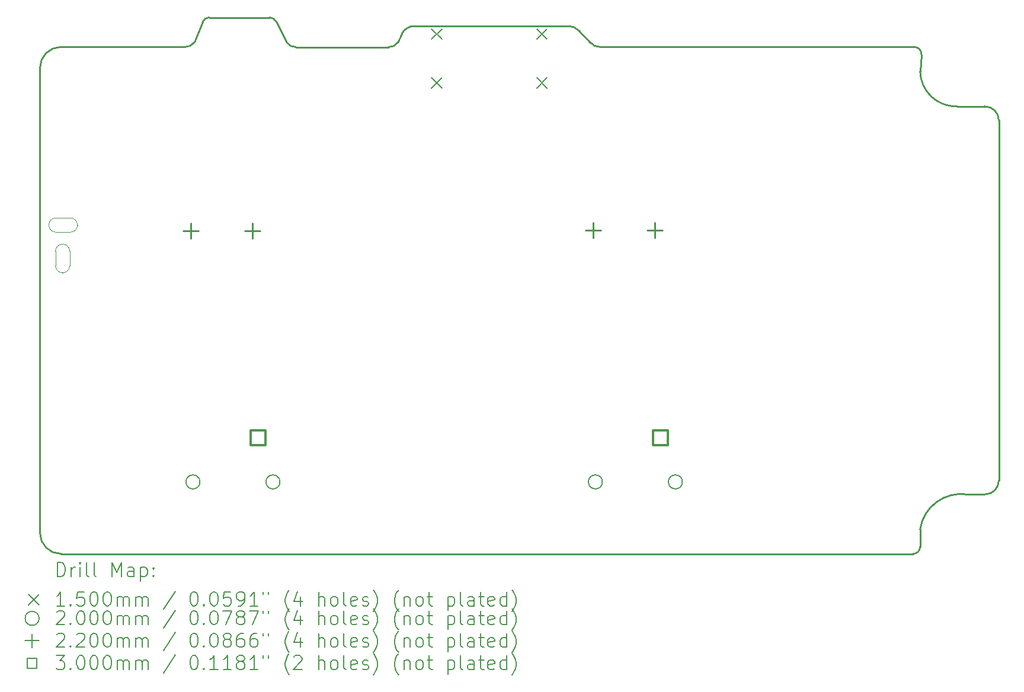
<source format=gbr>
%TF.GenerationSoftware,KiCad,Pcbnew,9.0.1+1*%
%TF.CreationDate,2025-05-08T22:10:53+00:00*%
%TF.ProjectId,spider2,73706964-6572-4322-9e6b-696361645f70,rev?*%
%TF.SameCoordinates,Original*%
%TF.FileFunction,Drillmap*%
%TF.FilePolarity,Positive*%
%FSLAX45Y45*%
G04 Gerber Fmt 4.5, Leading zero omitted, Abs format (unit mm)*
G04 Created by KiCad (PCBNEW 9.0.1+1) date 2025-05-08 22:10:53*
%MOMM*%
%LPD*%
G01*
G04 APERTURE LIST*
%ADD10C,0.254000*%
%ADD11C,0.100000*%
%ADD12C,0.200000*%
%ADD13C,0.150000*%
%ADD14C,0.220000*%
%ADD15C,0.300000*%
G04 APERTURE END LIST*
D10*
X18873422Y-2994112D02*
X18934801Y-2870849D01*
X26864460Y-3909160D02*
G75*
G02*
X26339460Y-3409160I-12500J512500D01*
G01*
X17135542Y-2691234D02*
X17293546Y-2994000D01*
X27264460Y-3909160D02*
G75*
G02*
X27464460Y-4109160I0J-200000D01*
G01*
X18873422Y-2994112D02*
G75*
G02*
X18747000Y-3061000I-119002J72002D01*
G01*
X17419967Y-3060888D02*
X18747000Y-3061000D01*
X26339460Y-10209160D02*
X26339460Y-9959160D01*
X26339460Y-10209160D02*
G75*
G02*
X26239460Y-10309160I-100000J0D01*
G01*
X16089480Y-2699368D02*
G75*
G02*
X16181924Y-2637504I92440J-38132D01*
G01*
X13764460Y-3359057D02*
G75*
G02*
X14064357Y-3059060I300000J-3D01*
G01*
D11*
X14300000Y-5605000D02*
X14300000Y-5609289D01*
X14300000Y-5609289D02*
G75*
G02*
X14200000Y-5709290I-100000J-1D01*
G01*
D10*
X27014460Y-9459160D02*
X27264460Y-9459160D01*
X15968954Y-2991559D02*
G75*
G02*
X15842532Y-3058447I-118994J71989D01*
G01*
D11*
X13891421Y-5605000D02*
X13891421Y-5609289D01*
D10*
X15968954Y-2991559D02*
X16089480Y-2699368D01*
D11*
X13991421Y-5709289D02*
G75*
G02*
X13891421Y-5609289I-1J99999D01*
G01*
D10*
X26257080Y-3059142D02*
G75*
G02*
X26356803Y-3166267I-20J-99998D01*
G01*
X14064460Y-10309160D02*
X26239460Y-10309160D01*
X27464460Y-9259160D02*
X27464460Y-4109160D01*
D11*
X13891421Y-5605000D02*
G75*
G02*
X13991421Y-5505001I99999J0D01*
G01*
D10*
X17046889Y-2637500D02*
G75*
G02*
X17135544Y-2691234I2J-100000D01*
G01*
X14064460Y-10309160D02*
G75*
G02*
X13764460Y-10009160I0J300000D01*
G01*
X21757980Y-3058410D02*
G75*
G02*
X21629304Y-2995972I2610J169190D01*
G01*
D11*
X13985711Y-5980000D02*
G75*
G02*
X14085711Y-5880001I99999J0D01*
G01*
D10*
X14064357Y-3059057D02*
X15842532Y-3058447D01*
D11*
X13985711Y-6188579D02*
X13985711Y-5980000D01*
X14085711Y-6288579D02*
G75*
G02*
X13985711Y-6188579I-1J99999D01*
G01*
D10*
X17419967Y-3060888D02*
G75*
G02*
X17293549Y-2993998I-7417J138888D01*
G01*
X26339460Y-9959160D02*
G75*
G02*
X27014460Y-9459160I587500J-87500D01*
G01*
D11*
X14090000Y-5880000D02*
X14085711Y-5880000D01*
D10*
X18934801Y-2870849D02*
G75*
G02*
X19113833Y-2760002I179029J-89151D01*
G01*
X21757980Y-3058410D02*
X26257080Y-3059142D01*
X16181924Y-2637500D02*
X17046889Y-2637500D01*
X13764460Y-3359057D02*
X13764460Y-10009160D01*
X21313610Y-2760000D02*
G75*
G02*
X21456288Y-2819846I0J-200000D01*
G01*
X19113833Y-2760000D02*
X21313610Y-2760000D01*
X26356809Y-3166267D02*
X26339460Y-3409160D01*
D11*
X14190000Y-6188579D02*
X14190000Y-5980000D01*
X14190000Y-6188579D02*
G75*
G02*
X14090000Y-6288580I-100000J-1D01*
G01*
X14200000Y-5709289D02*
X13991421Y-5709289D01*
X14090000Y-6288579D02*
X14085711Y-6288579D01*
X14200000Y-5505000D02*
X13991421Y-5505000D01*
X14200000Y-5505000D02*
G75*
G02*
X14300000Y-5605000I0J-100000D01*
G01*
D10*
X27464460Y-9259160D02*
G75*
G02*
X27264460Y-9459160I-200000J0D01*
G01*
X26864460Y-3909160D02*
X27264460Y-3909160D01*
D11*
X14090000Y-5880000D02*
G75*
G02*
X14190000Y-5980000I0J-100000D01*
G01*
D10*
X21456288Y-2819846D02*
X21629301Y-2995975D01*
D12*
D13*
X19360000Y-2800000D02*
X19510000Y-2950000D01*
X19510000Y-2800000D02*
X19360000Y-2950000D01*
X19360000Y-3500000D02*
X19510000Y-3650000D01*
X19510000Y-3500000D02*
X19360000Y-3650000D01*
X20860000Y-2800000D02*
X21010000Y-2950000D01*
X21010000Y-2800000D02*
X20860000Y-2950000D01*
X20860000Y-3500000D02*
X21010000Y-3650000D01*
X21010000Y-3500000D02*
X20860000Y-3650000D01*
D12*
X16050000Y-9280000D02*
G75*
G02*
X15850000Y-9280000I-100000J0D01*
G01*
X15850000Y-9280000D02*
G75*
G02*
X16050000Y-9280000I100000J0D01*
G01*
X17193000Y-9280000D02*
G75*
G02*
X16993000Y-9280000I-100000J0D01*
G01*
X16993000Y-9280000D02*
G75*
G02*
X17193000Y-9280000I100000J0D01*
G01*
X21800000Y-9280000D02*
G75*
G02*
X21600000Y-9280000I-100000J0D01*
G01*
X21600000Y-9280000D02*
G75*
G02*
X21800000Y-9280000I100000J0D01*
G01*
X22943000Y-9280000D02*
G75*
G02*
X22743000Y-9280000I-100000J0D01*
G01*
X22743000Y-9280000D02*
G75*
G02*
X22943000Y-9280000I100000J0D01*
G01*
D14*
X15920000Y-5580000D02*
X15920000Y-5800000D01*
X15810000Y-5690000D02*
X16030000Y-5690000D01*
X16800000Y-5580000D02*
X16800000Y-5800000D01*
X16690000Y-5690000D02*
X16910000Y-5690000D01*
X21665000Y-5570000D02*
X21665000Y-5790000D01*
X21555000Y-5680000D02*
X21775000Y-5680000D01*
X22545000Y-5570000D02*
X22545000Y-5790000D01*
X22435000Y-5680000D02*
X22655000Y-5680000D01*
D15*
X16986067Y-8751067D02*
X16986067Y-8538933D01*
X16773933Y-8538933D01*
X16773933Y-8751067D01*
X16986067Y-8751067D01*
X22736067Y-8751067D02*
X22736067Y-8538933D01*
X22523933Y-8538933D01*
X22523933Y-8751067D01*
X22736067Y-8751067D01*
D12*
X14012537Y-10633344D02*
X14012537Y-10433344D01*
X14012537Y-10433344D02*
X14060156Y-10433344D01*
X14060156Y-10433344D02*
X14088727Y-10442868D01*
X14088727Y-10442868D02*
X14107775Y-10461915D01*
X14107775Y-10461915D02*
X14117299Y-10480963D01*
X14117299Y-10480963D02*
X14126822Y-10519058D01*
X14126822Y-10519058D02*
X14126822Y-10547630D01*
X14126822Y-10547630D02*
X14117299Y-10585725D01*
X14117299Y-10585725D02*
X14107775Y-10604772D01*
X14107775Y-10604772D02*
X14088727Y-10623820D01*
X14088727Y-10623820D02*
X14060156Y-10633344D01*
X14060156Y-10633344D02*
X14012537Y-10633344D01*
X14212537Y-10633344D02*
X14212537Y-10500010D01*
X14212537Y-10538106D02*
X14222061Y-10519058D01*
X14222061Y-10519058D02*
X14231584Y-10509534D01*
X14231584Y-10509534D02*
X14250632Y-10500010D01*
X14250632Y-10500010D02*
X14269680Y-10500010D01*
X14336346Y-10633344D02*
X14336346Y-10500010D01*
X14336346Y-10433344D02*
X14326822Y-10442868D01*
X14326822Y-10442868D02*
X14336346Y-10452391D01*
X14336346Y-10452391D02*
X14345870Y-10442868D01*
X14345870Y-10442868D02*
X14336346Y-10433344D01*
X14336346Y-10433344D02*
X14336346Y-10452391D01*
X14460156Y-10633344D02*
X14441108Y-10623820D01*
X14441108Y-10623820D02*
X14431584Y-10604772D01*
X14431584Y-10604772D02*
X14431584Y-10433344D01*
X14564918Y-10633344D02*
X14545870Y-10623820D01*
X14545870Y-10623820D02*
X14536346Y-10604772D01*
X14536346Y-10604772D02*
X14536346Y-10433344D01*
X14793489Y-10633344D02*
X14793489Y-10433344D01*
X14793489Y-10433344D02*
X14860156Y-10576201D01*
X14860156Y-10576201D02*
X14926822Y-10433344D01*
X14926822Y-10433344D02*
X14926822Y-10633344D01*
X15107775Y-10633344D02*
X15107775Y-10528582D01*
X15107775Y-10528582D02*
X15098251Y-10509534D01*
X15098251Y-10509534D02*
X15079203Y-10500010D01*
X15079203Y-10500010D02*
X15041108Y-10500010D01*
X15041108Y-10500010D02*
X15022061Y-10509534D01*
X15107775Y-10623820D02*
X15088727Y-10633344D01*
X15088727Y-10633344D02*
X15041108Y-10633344D01*
X15041108Y-10633344D02*
X15022061Y-10623820D01*
X15022061Y-10623820D02*
X15012537Y-10604772D01*
X15012537Y-10604772D02*
X15012537Y-10585725D01*
X15012537Y-10585725D02*
X15022061Y-10566677D01*
X15022061Y-10566677D02*
X15041108Y-10557153D01*
X15041108Y-10557153D02*
X15088727Y-10557153D01*
X15088727Y-10557153D02*
X15107775Y-10547630D01*
X15203013Y-10500010D02*
X15203013Y-10700010D01*
X15203013Y-10509534D02*
X15222061Y-10500010D01*
X15222061Y-10500010D02*
X15260156Y-10500010D01*
X15260156Y-10500010D02*
X15279203Y-10509534D01*
X15279203Y-10509534D02*
X15288727Y-10519058D01*
X15288727Y-10519058D02*
X15298251Y-10538106D01*
X15298251Y-10538106D02*
X15298251Y-10595249D01*
X15298251Y-10595249D02*
X15288727Y-10614296D01*
X15288727Y-10614296D02*
X15279203Y-10623820D01*
X15279203Y-10623820D02*
X15260156Y-10633344D01*
X15260156Y-10633344D02*
X15222061Y-10633344D01*
X15222061Y-10633344D02*
X15203013Y-10623820D01*
X15383965Y-10614296D02*
X15393489Y-10623820D01*
X15393489Y-10623820D02*
X15383965Y-10633344D01*
X15383965Y-10633344D02*
X15374442Y-10623820D01*
X15374442Y-10623820D02*
X15383965Y-10614296D01*
X15383965Y-10614296D02*
X15383965Y-10633344D01*
X15383965Y-10509534D02*
X15393489Y-10519058D01*
X15393489Y-10519058D02*
X15383965Y-10528582D01*
X15383965Y-10528582D02*
X15374442Y-10519058D01*
X15374442Y-10519058D02*
X15383965Y-10509534D01*
X15383965Y-10509534D02*
X15383965Y-10528582D01*
D13*
X13601760Y-10886860D02*
X13751760Y-11036860D01*
X13751760Y-10886860D02*
X13601760Y-11036860D01*
D12*
X14117299Y-11053344D02*
X14003013Y-11053344D01*
X14060156Y-11053344D02*
X14060156Y-10853344D01*
X14060156Y-10853344D02*
X14041108Y-10881915D01*
X14041108Y-10881915D02*
X14022061Y-10900963D01*
X14022061Y-10900963D02*
X14003013Y-10910487D01*
X14203013Y-11034296D02*
X14212537Y-11043820D01*
X14212537Y-11043820D02*
X14203013Y-11053344D01*
X14203013Y-11053344D02*
X14193489Y-11043820D01*
X14193489Y-11043820D02*
X14203013Y-11034296D01*
X14203013Y-11034296D02*
X14203013Y-11053344D01*
X14393489Y-10853344D02*
X14298251Y-10853344D01*
X14298251Y-10853344D02*
X14288727Y-10948582D01*
X14288727Y-10948582D02*
X14298251Y-10939058D01*
X14298251Y-10939058D02*
X14317299Y-10929534D01*
X14317299Y-10929534D02*
X14364918Y-10929534D01*
X14364918Y-10929534D02*
X14383965Y-10939058D01*
X14383965Y-10939058D02*
X14393489Y-10948582D01*
X14393489Y-10948582D02*
X14403013Y-10967630D01*
X14403013Y-10967630D02*
X14403013Y-11015249D01*
X14403013Y-11015249D02*
X14393489Y-11034296D01*
X14393489Y-11034296D02*
X14383965Y-11043820D01*
X14383965Y-11043820D02*
X14364918Y-11053344D01*
X14364918Y-11053344D02*
X14317299Y-11053344D01*
X14317299Y-11053344D02*
X14298251Y-11043820D01*
X14298251Y-11043820D02*
X14288727Y-11034296D01*
X14526822Y-10853344D02*
X14545870Y-10853344D01*
X14545870Y-10853344D02*
X14564918Y-10862868D01*
X14564918Y-10862868D02*
X14574442Y-10872391D01*
X14574442Y-10872391D02*
X14583965Y-10891439D01*
X14583965Y-10891439D02*
X14593489Y-10929534D01*
X14593489Y-10929534D02*
X14593489Y-10977153D01*
X14593489Y-10977153D02*
X14583965Y-11015249D01*
X14583965Y-11015249D02*
X14574442Y-11034296D01*
X14574442Y-11034296D02*
X14564918Y-11043820D01*
X14564918Y-11043820D02*
X14545870Y-11053344D01*
X14545870Y-11053344D02*
X14526822Y-11053344D01*
X14526822Y-11053344D02*
X14507775Y-11043820D01*
X14507775Y-11043820D02*
X14498251Y-11034296D01*
X14498251Y-11034296D02*
X14488727Y-11015249D01*
X14488727Y-11015249D02*
X14479203Y-10977153D01*
X14479203Y-10977153D02*
X14479203Y-10929534D01*
X14479203Y-10929534D02*
X14488727Y-10891439D01*
X14488727Y-10891439D02*
X14498251Y-10872391D01*
X14498251Y-10872391D02*
X14507775Y-10862868D01*
X14507775Y-10862868D02*
X14526822Y-10853344D01*
X14717299Y-10853344D02*
X14736346Y-10853344D01*
X14736346Y-10853344D02*
X14755394Y-10862868D01*
X14755394Y-10862868D02*
X14764918Y-10872391D01*
X14764918Y-10872391D02*
X14774442Y-10891439D01*
X14774442Y-10891439D02*
X14783965Y-10929534D01*
X14783965Y-10929534D02*
X14783965Y-10977153D01*
X14783965Y-10977153D02*
X14774442Y-11015249D01*
X14774442Y-11015249D02*
X14764918Y-11034296D01*
X14764918Y-11034296D02*
X14755394Y-11043820D01*
X14755394Y-11043820D02*
X14736346Y-11053344D01*
X14736346Y-11053344D02*
X14717299Y-11053344D01*
X14717299Y-11053344D02*
X14698251Y-11043820D01*
X14698251Y-11043820D02*
X14688727Y-11034296D01*
X14688727Y-11034296D02*
X14679203Y-11015249D01*
X14679203Y-11015249D02*
X14669680Y-10977153D01*
X14669680Y-10977153D02*
X14669680Y-10929534D01*
X14669680Y-10929534D02*
X14679203Y-10891439D01*
X14679203Y-10891439D02*
X14688727Y-10872391D01*
X14688727Y-10872391D02*
X14698251Y-10862868D01*
X14698251Y-10862868D02*
X14717299Y-10853344D01*
X14869680Y-11053344D02*
X14869680Y-10920010D01*
X14869680Y-10939058D02*
X14879203Y-10929534D01*
X14879203Y-10929534D02*
X14898251Y-10920010D01*
X14898251Y-10920010D02*
X14926823Y-10920010D01*
X14926823Y-10920010D02*
X14945870Y-10929534D01*
X14945870Y-10929534D02*
X14955394Y-10948582D01*
X14955394Y-10948582D02*
X14955394Y-11053344D01*
X14955394Y-10948582D02*
X14964918Y-10929534D01*
X14964918Y-10929534D02*
X14983965Y-10920010D01*
X14983965Y-10920010D02*
X15012537Y-10920010D01*
X15012537Y-10920010D02*
X15031584Y-10929534D01*
X15031584Y-10929534D02*
X15041108Y-10948582D01*
X15041108Y-10948582D02*
X15041108Y-11053344D01*
X15136346Y-11053344D02*
X15136346Y-10920010D01*
X15136346Y-10939058D02*
X15145870Y-10929534D01*
X15145870Y-10929534D02*
X15164918Y-10920010D01*
X15164918Y-10920010D02*
X15193489Y-10920010D01*
X15193489Y-10920010D02*
X15212537Y-10929534D01*
X15212537Y-10929534D02*
X15222061Y-10948582D01*
X15222061Y-10948582D02*
X15222061Y-11053344D01*
X15222061Y-10948582D02*
X15231584Y-10929534D01*
X15231584Y-10929534D02*
X15250632Y-10920010D01*
X15250632Y-10920010D02*
X15279203Y-10920010D01*
X15279203Y-10920010D02*
X15298251Y-10929534D01*
X15298251Y-10929534D02*
X15307775Y-10948582D01*
X15307775Y-10948582D02*
X15307775Y-11053344D01*
X15698251Y-10843820D02*
X15526823Y-11100963D01*
X15955394Y-10853344D02*
X15974442Y-10853344D01*
X15974442Y-10853344D02*
X15993489Y-10862868D01*
X15993489Y-10862868D02*
X16003013Y-10872391D01*
X16003013Y-10872391D02*
X16012537Y-10891439D01*
X16012537Y-10891439D02*
X16022061Y-10929534D01*
X16022061Y-10929534D02*
X16022061Y-10977153D01*
X16022061Y-10977153D02*
X16012537Y-11015249D01*
X16012537Y-11015249D02*
X16003013Y-11034296D01*
X16003013Y-11034296D02*
X15993489Y-11043820D01*
X15993489Y-11043820D02*
X15974442Y-11053344D01*
X15974442Y-11053344D02*
X15955394Y-11053344D01*
X15955394Y-11053344D02*
X15936346Y-11043820D01*
X15936346Y-11043820D02*
X15926823Y-11034296D01*
X15926823Y-11034296D02*
X15917299Y-11015249D01*
X15917299Y-11015249D02*
X15907775Y-10977153D01*
X15907775Y-10977153D02*
X15907775Y-10929534D01*
X15907775Y-10929534D02*
X15917299Y-10891439D01*
X15917299Y-10891439D02*
X15926823Y-10872391D01*
X15926823Y-10872391D02*
X15936346Y-10862868D01*
X15936346Y-10862868D02*
X15955394Y-10853344D01*
X16107775Y-11034296D02*
X16117299Y-11043820D01*
X16117299Y-11043820D02*
X16107775Y-11053344D01*
X16107775Y-11053344D02*
X16098251Y-11043820D01*
X16098251Y-11043820D02*
X16107775Y-11034296D01*
X16107775Y-11034296D02*
X16107775Y-11053344D01*
X16241108Y-10853344D02*
X16260156Y-10853344D01*
X16260156Y-10853344D02*
X16279204Y-10862868D01*
X16279204Y-10862868D02*
X16288727Y-10872391D01*
X16288727Y-10872391D02*
X16298251Y-10891439D01*
X16298251Y-10891439D02*
X16307775Y-10929534D01*
X16307775Y-10929534D02*
X16307775Y-10977153D01*
X16307775Y-10977153D02*
X16298251Y-11015249D01*
X16298251Y-11015249D02*
X16288727Y-11034296D01*
X16288727Y-11034296D02*
X16279204Y-11043820D01*
X16279204Y-11043820D02*
X16260156Y-11053344D01*
X16260156Y-11053344D02*
X16241108Y-11053344D01*
X16241108Y-11053344D02*
X16222061Y-11043820D01*
X16222061Y-11043820D02*
X16212537Y-11034296D01*
X16212537Y-11034296D02*
X16203013Y-11015249D01*
X16203013Y-11015249D02*
X16193489Y-10977153D01*
X16193489Y-10977153D02*
X16193489Y-10929534D01*
X16193489Y-10929534D02*
X16203013Y-10891439D01*
X16203013Y-10891439D02*
X16212537Y-10872391D01*
X16212537Y-10872391D02*
X16222061Y-10862868D01*
X16222061Y-10862868D02*
X16241108Y-10853344D01*
X16488727Y-10853344D02*
X16393489Y-10853344D01*
X16393489Y-10853344D02*
X16383966Y-10948582D01*
X16383966Y-10948582D02*
X16393489Y-10939058D01*
X16393489Y-10939058D02*
X16412537Y-10929534D01*
X16412537Y-10929534D02*
X16460156Y-10929534D01*
X16460156Y-10929534D02*
X16479204Y-10939058D01*
X16479204Y-10939058D02*
X16488727Y-10948582D01*
X16488727Y-10948582D02*
X16498251Y-10967630D01*
X16498251Y-10967630D02*
X16498251Y-11015249D01*
X16498251Y-11015249D02*
X16488727Y-11034296D01*
X16488727Y-11034296D02*
X16479204Y-11043820D01*
X16479204Y-11043820D02*
X16460156Y-11053344D01*
X16460156Y-11053344D02*
X16412537Y-11053344D01*
X16412537Y-11053344D02*
X16393489Y-11043820D01*
X16393489Y-11043820D02*
X16383966Y-11034296D01*
X16593489Y-11053344D02*
X16631585Y-11053344D01*
X16631585Y-11053344D02*
X16650632Y-11043820D01*
X16650632Y-11043820D02*
X16660156Y-11034296D01*
X16660156Y-11034296D02*
X16679204Y-11005725D01*
X16679204Y-11005725D02*
X16688727Y-10967630D01*
X16688727Y-10967630D02*
X16688727Y-10891439D01*
X16688727Y-10891439D02*
X16679204Y-10872391D01*
X16679204Y-10872391D02*
X16669680Y-10862868D01*
X16669680Y-10862868D02*
X16650632Y-10853344D01*
X16650632Y-10853344D02*
X16612537Y-10853344D01*
X16612537Y-10853344D02*
X16593489Y-10862868D01*
X16593489Y-10862868D02*
X16583966Y-10872391D01*
X16583966Y-10872391D02*
X16574442Y-10891439D01*
X16574442Y-10891439D02*
X16574442Y-10939058D01*
X16574442Y-10939058D02*
X16583966Y-10958106D01*
X16583966Y-10958106D02*
X16593489Y-10967630D01*
X16593489Y-10967630D02*
X16612537Y-10977153D01*
X16612537Y-10977153D02*
X16650632Y-10977153D01*
X16650632Y-10977153D02*
X16669680Y-10967630D01*
X16669680Y-10967630D02*
X16679204Y-10958106D01*
X16679204Y-10958106D02*
X16688727Y-10939058D01*
X16879204Y-11053344D02*
X16764918Y-11053344D01*
X16822061Y-11053344D02*
X16822061Y-10853344D01*
X16822061Y-10853344D02*
X16803013Y-10881915D01*
X16803013Y-10881915D02*
X16783966Y-10900963D01*
X16783966Y-10900963D02*
X16764918Y-10910487D01*
X16955394Y-10853344D02*
X16955394Y-10891439D01*
X17031585Y-10853344D02*
X17031585Y-10891439D01*
X17326823Y-11129534D02*
X17317299Y-11120010D01*
X17317299Y-11120010D02*
X17298251Y-11091439D01*
X17298251Y-11091439D02*
X17288728Y-11072391D01*
X17288728Y-11072391D02*
X17279204Y-11043820D01*
X17279204Y-11043820D02*
X17269680Y-10996201D01*
X17269680Y-10996201D02*
X17269680Y-10958106D01*
X17269680Y-10958106D02*
X17279204Y-10910487D01*
X17279204Y-10910487D02*
X17288728Y-10881915D01*
X17288728Y-10881915D02*
X17298251Y-10862868D01*
X17298251Y-10862868D02*
X17317299Y-10834296D01*
X17317299Y-10834296D02*
X17326823Y-10824772D01*
X17488728Y-10920010D02*
X17488728Y-11053344D01*
X17441109Y-10843820D02*
X17393490Y-10986677D01*
X17393490Y-10986677D02*
X17517299Y-10986677D01*
X17745871Y-11053344D02*
X17745871Y-10853344D01*
X17831585Y-11053344D02*
X17831585Y-10948582D01*
X17831585Y-10948582D02*
X17822061Y-10929534D01*
X17822061Y-10929534D02*
X17803013Y-10920010D01*
X17803013Y-10920010D02*
X17774442Y-10920010D01*
X17774442Y-10920010D02*
X17755394Y-10929534D01*
X17755394Y-10929534D02*
X17745871Y-10939058D01*
X17955394Y-11053344D02*
X17936347Y-11043820D01*
X17936347Y-11043820D02*
X17926823Y-11034296D01*
X17926823Y-11034296D02*
X17917299Y-11015249D01*
X17917299Y-11015249D02*
X17917299Y-10958106D01*
X17917299Y-10958106D02*
X17926823Y-10939058D01*
X17926823Y-10939058D02*
X17936347Y-10929534D01*
X17936347Y-10929534D02*
X17955394Y-10920010D01*
X17955394Y-10920010D02*
X17983966Y-10920010D01*
X17983966Y-10920010D02*
X18003013Y-10929534D01*
X18003013Y-10929534D02*
X18012537Y-10939058D01*
X18012537Y-10939058D02*
X18022061Y-10958106D01*
X18022061Y-10958106D02*
X18022061Y-11015249D01*
X18022061Y-11015249D02*
X18012537Y-11034296D01*
X18012537Y-11034296D02*
X18003013Y-11043820D01*
X18003013Y-11043820D02*
X17983966Y-11053344D01*
X17983966Y-11053344D02*
X17955394Y-11053344D01*
X18136347Y-11053344D02*
X18117299Y-11043820D01*
X18117299Y-11043820D02*
X18107775Y-11024772D01*
X18107775Y-11024772D02*
X18107775Y-10853344D01*
X18288728Y-11043820D02*
X18269680Y-11053344D01*
X18269680Y-11053344D02*
X18231585Y-11053344D01*
X18231585Y-11053344D02*
X18212537Y-11043820D01*
X18212537Y-11043820D02*
X18203013Y-11024772D01*
X18203013Y-11024772D02*
X18203013Y-10948582D01*
X18203013Y-10948582D02*
X18212537Y-10929534D01*
X18212537Y-10929534D02*
X18231585Y-10920010D01*
X18231585Y-10920010D02*
X18269680Y-10920010D01*
X18269680Y-10920010D02*
X18288728Y-10929534D01*
X18288728Y-10929534D02*
X18298252Y-10948582D01*
X18298252Y-10948582D02*
X18298252Y-10967630D01*
X18298252Y-10967630D02*
X18203013Y-10986677D01*
X18374442Y-11043820D02*
X18393490Y-11053344D01*
X18393490Y-11053344D02*
X18431585Y-11053344D01*
X18431585Y-11053344D02*
X18450633Y-11043820D01*
X18450633Y-11043820D02*
X18460156Y-11024772D01*
X18460156Y-11024772D02*
X18460156Y-11015249D01*
X18460156Y-11015249D02*
X18450633Y-10996201D01*
X18450633Y-10996201D02*
X18431585Y-10986677D01*
X18431585Y-10986677D02*
X18403013Y-10986677D01*
X18403013Y-10986677D02*
X18383966Y-10977153D01*
X18383966Y-10977153D02*
X18374442Y-10958106D01*
X18374442Y-10958106D02*
X18374442Y-10948582D01*
X18374442Y-10948582D02*
X18383966Y-10929534D01*
X18383966Y-10929534D02*
X18403013Y-10920010D01*
X18403013Y-10920010D02*
X18431585Y-10920010D01*
X18431585Y-10920010D02*
X18450633Y-10929534D01*
X18526823Y-11129534D02*
X18536347Y-11120010D01*
X18536347Y-11120010D02*
X18555394Y-11091439D01*
X18555394Y-11091439D02*
X18564918Y-11072391D01*
X18564918Y-11072391D02*
X18574442Y-11043820D01*
X18574442Y-11043820D02*
X18583966Y-10996201D01*
X18583966Y-10996201D02*
X18583966Y-10958106D01*
X18583966Y-10958106D02*
X18574442Y-10910487D01*
X18574442Y-10910487D02*
X18564918Y-10881915D01*
X18564918Y-10881915D02*
X18555394Y-10862868D01*
X18555394Y-10862868D02*
X18536347Y-10834296D01*
X18536347Y-10834296D02*
X18526823Y-10824772D01*
X18888728Y-11129534D02*
X18879204Y-11120010D01*
X18879204Y-11120010D02*
X18860156Y-11091439D01*
X18860156Y-11091439D02*
X18850633Y-11072391D01*
X18850633Y-11072391D02*
X18841109Y-11043820D01*
X18841109Y-11043820D02*
X18831585Y-10996201D01*
X18831585Y-10996201D02*
X18831585Y-10958106D01*
X18831585Y-10958106D02*
X18841109Y-10910487D01*
X18841109Y-10910487D02*
X18850633Y-10881915D01*
X18850633Y-10881915D02*
X18860156Y-10862868D01*
X18860156Y-10862868D02*
X18879204Y-10834296D01*
X18879204Y-10834296D02*
X18888728Y-10824772D01*
X18964918Y-10920010D02*
X18964918Y-11053344D01*
X18964918Y-10939058D02*
X18974442Y-10929534D01*
X18974442Y-10929534D02*
X18993490Y-10920010D01*
X18993490Y-10920010D02*
X19022061Y-10920010D01*
X19022061Y-10920010D02*
X19041109Y-10929534D01*
X19041109Y-10929534D02*
X19050633Y-10948582D01*
X19050633Y-10948582D02*
X19050633Y-11053344D01*
X19174442Y-11053344D02*
X19155394Y-11043820D01*
X19155394Y-11043820D02*
X19145871Y-11034296D01*
X19145871Y-11034296D02*
X19136347Y-11015249D01*
X19136347Y-11015249D02*
X19136347Y-10958106D01*
X19136347Y-10958106D02*
X19145871Y-10939058D01*
X19145871Y-10939058D02*
X19155394Y-10929534D01*
X19155394Y-10929534D02*
X19174442Y-10920010D01*
X19174442Y-10920010D02*
X19203014Y-10920010D01*
X19203014Y-10920010D02*
X19222061Y-10929534D01*
X19222061Y-10929534D02*
X19231585Y-10939058D01*
X19231585Y-10939058D02*
X19241109Y-10958106D01*
X19241109Y-10958106D02*
X19241109Y-11015249D01*
X19241109Y-11015249D02*
X19231585Y-11034296D01*
X19231585Y-11034296D02*
X19222061Y-11043820D01*
X19222061Y-11043820D02*
X19203014Y-11053344D01*
X19203014Y-11053344D02*
X19174442Y-11053344D01*
X19298252Y-10920010D02*
X19374442Y-10920010D01*
X19326823Y-10853344D02*
X19326823Y-11024772D01*
X19326823Y-11024772D02*
X19336347Y-11043820D01*
X19336347Y-11043820D02*
X19355394Y-11053344D01*
X19355394Y-11053344D02*
X19374442Y-11053344D01*
X19593490Y-10920010D02*
X19593490Y-11120010D01*
X19593490Y-10929534D02*
X19612537Y-10920010D01*
X19612537Y-10920010D02*
X19650633Y-10920010D01*
X19650633Y-10920010D02*
X19669680Y-10929534D01*
X19669680Y-10929534D02*
X19679204Y-10939058D01*
X19679204Y-10939058D02*
X19688728Y-10958106D01*
X19688728Y-10958106D02*
X19688728Y-11015249D01*
X19688728Y-11015249D02*
X19679204Y-11034296D01*
X19679204Y-11034296D02*
X19669680Y-11043820D01*
X19669680Y-11043820D02*
X19650633Y-11053344D01*
X19650633Y-11053344D02*
X19612537Y-11053344D01*
X19612537Y-11053344D02*
X19593490Y-11043820D01*
X19803014Y-11053344D02*
X19783966Y-11043820D01*
X19783966Y-11043820D02*
X19774442Y-11024772D01*
X19774442Y-11024772D02*
X19774442Y-10853344D01*
X19964918Y-11053344D02*
X19964918Y-10948582D01*
X19964918Y-10948582D02*
X19955395Y-10929534D01*
X19955395Y-10929534D02*
X19936347Y-10920010D01*
X19936347Y-10920010D02*
X19898252Y-10920010D01*
X19898252Y-10920010D02*
X19879204Y-10929534D01*
X19964918Y-11043820D02*
X19945871Y-11053344D01*
X19945871Y-11053344D02*
X19898252Y-11053344D01*
X19898252Y-11053344D02*
X19879204Y-11043820D01*
X19879204Y-11043820D02*
X19869680Y-11024772D01*
X19869680Y-11024772D02*
X19869680Y-11005725D01*
X19869680Y-11005725D02*
X19879204Y-10986677D01*
X19879204Y-10986677D02*
X19898252Y-10977153D01*
X19898252Y-10977153D02*
X19945871Y-10977153D01*
X19945871Y-10977153D02*
X19964918Y-10967630D01*
X20031585Y-10920010D02*
X20107775Y-10920010D01*
X20060156Y-10853344D02*
X20060156Y-11024772D01*
X20060156Y-11024772D02*
X20069680Y-11043820D01*
X20069680Y-11043820D02*
X20088728Y-11053344D01*
X20088728Y-11053344D02*
X20107775Y-11053344D01*
X20250633Y-11043820D02*
X20231585Y-11053344D01*
X20231585Y-11053344D02*
X20193490Y-11053344D01*
X20193490Y-11053344D02*
X20174442Y-11043820D01*
X20174442Y-11043820D02*
X20164918Y-11024772D01*
X20164918Y-11024772D02*
X20164918Y-10948582D01*
X20164918Y-10948582D02*
X20174442Y-10929534D01*
X20174442Y-10929534D02*
X20193490Y-10920010D01*
X20193490Y-10920010D02*
X20231585Y-10920010D01*
X20231585Y-10920010D02*
X20250633Y-10929534D01*
X20250633Y-10929534D02*
X20260156Y-10948582D01*
X20260156Y-10948582D02*
X20260156Y-10967630D01*
X20260156Y-10967630D02*
X20164918Y-10986677D01*
X20431585Y-11053344D02*
X20431585Y-10853344D01*
X20431585Y-11043820D02*
X20412537Y-11053344D01*
X20412537Y-11053344D02*
X20374442Y-11053344D01*
X20374442Y-11053344D02*
X20355395Y-11043820D01*
X20355395Y-11043820D02*
X20345871Y-11034296D01*
X20345871Y-11034296D02*
X20336347Y-11015249D01*
X20336347Y-11015249D02*
X20336347Y-10958106D01*
X20336347Y-10958106D02*
X20345871Y-10939058D01*
X20345871Y-10939058D02*
X20355395Y-10929534D01*
X20355395Y-10929534D02*
X20374442Y-10920010D01*
X20374442Y-10920010D02*
X20412537Y-10920010D01*
X20412537Y-10920010D02*
X20431585Y-10929534D01*
X20507776Y-11129534D02*
X20517299Y-11120010D01*
X20517299Y-11120010D02*
X20536347Y-11091439D01*
X20536347Y-11091439D02*
X20545871Y-11072391D01*
X20545871Y-11072391D02*
X20555395Y-11043820D01*
X20555395Y-11043820D02*
X20564918Y-10996201D01*
X20564918Y-10996201D02*
X20564918Y-10958106D01*
X20564918Y-10958106D02*
X20555395Y-10910487D01*
X20555395Y-10910487D02*
X20545871Y-10881915D01*
X20545871Y-10881915D02*
X20536347Y-10862868D01*
X20536347Y-10862868D02*
X20517299Y-10834296D01*
X20517299Y-10834296D02*
X20507776Y-10824772D01*
X13751760Y-11231860D02*
G75*
G02*
X13551760Y-11231860I-100000J0D01*
G01*
X13551760Y-11231860D02*
G75*
G02*
X13751760Y-11231860I100000J0D01*
G01*
X14003013Y-11142391D02*
X14012537Y-11132868D01*
X14012537Y-11132868D02*
X14031584Y-11123344D01*
X14031584Y-11123344D02*
X14079203Y-11123344D01*
X14079203Y-11123344D02*
X14098251Y-11132868D01*
X14098251Y-11132868D02*
X14107775Y-11142391D01*
X14107775Y-11142391D02*
X14117299Y-11161439D01*
X14117299Y-11161439D02*
X14117299Y-11180487D01*
X14117299Y-11180487D02*
X14107775Y-11209058D01*
X14107775Y-11209058D02*
X13993489Y-11323344D01*
X13993489Y-11323344D02*
X14117299Y-11323344D01*
X14203013Y-11304296D02*
X14212537Y-11313820D01*
X14212537Y-11313820D02*
X14203013Y-11323344D01*
X14203013Y-11323344D02*
X14193489Y-11313820D01*
X14193489Y-11313820D02*
X14203013Y-11304296D01*
X14203013Y-11304296D02*
X14203013Y-11323344D01*
X14336346Y-11123344D02*
X14355394Y-11123344D01*
X14355394Y-11123344D02*
X14374442Y-11132868D01*
X14374442Y-11132868D02*
X14383965Y-11142391D01*
X14383965Y-11142391D02*
X14393489Y-11161439D01*
X14393489Y-11161439D02*
X14403013Y-11199534D01*
X14403013Y-11199534D02*
X14403013Y-11247153D01*
X14403013Y-11247153D02*
X14393489Y-11285248D01*
X14393489Y-11285248D02*
X14383965Y-11304296D01*
X14383965Y-11304296D02*
X14374442Y-11313820D01*
X14374442Y-11313820D02*
X14355394Y-11323344D01*
X14355394Y-11323344D02*
X14336346Y-11323344D01*
X14336346Y-11323344D02*
X14317299Y-11313820D01*
X14317299Y-11313820D02*
X14307775Y-11304296D01*
X14307775Y-11304296D02*
X14298251Y-11285248D01*
X14298251Y-11285248D02*
X14288727Y-11247153D01*
X14288727Y-11247153D02*
X14288727Y-11199534D01*
X14288727Y-11199534D02*
X14298251Y-11161439D01*
X14298251Y-11161439D02*
X14307775Y-11142391D01*
X14307775Y-11142391D02*
X14317299Y-11132868D01*
X14317299Y-11132868D02*
X14336346Y-11123344D01*
X14526822Y-11123344D02*
X14545870Y-11123344D01*
X14545870Y-11123344D02*
X14564918Y-11132868D01*
X14564918Y-11132868D02*
X14574442Y-11142391D01*
X14574442Y-11142391D02*
X14583965Y-11161439D01*
X14583965Y-11161439D02*
X14593489Y-11199534D01*
X14593489Y-11199534D02*
X14593489Y-11247153D01*
X14593489Y-11247153D02*
X14583965Y-11285248D01*
X14583965Y-11285248D02*
X14574442Y-11304296D01*
X14574442Y-11304296D02*
X14564918Y-11313820D01*
X14564918Y-11313820D02*
X14545870Y-11323344D01*
X14545870Y-11323344D02*
X14526822Y-11323344D01*
X14526822Y-11323344D02*
X14507775Y-11313820D01*
X14507775Y-11313820D02*
X14498251Y-11304296D01*
X14498251Y-11304296D02*
X14488727Y-11285248D01*
X14488727Y-11285248D02*
X14479203Y-11247153D01*
X14479203Y-11247153D02*
X14479203Y-11199534D01*
X14479203Y-11199534D02*
X14488727Y-11161439D01*
X14488727Y-11161439D02*
X14498251Y-11142391D01*
X14498251Y-11142391D02*
X14507775Y-11132868D01*
X14507775Y-11132868D02*
X14526822Y-11123344D01*
X14717299Y-11123344D02*
X14736346Y-11123344D01*
X14736346Y-11123344D02*
X14755394Y-11132868D01*
X14755394Y-11132868D02*
X14764918Y-11142391D01*
X14764918Y-11142391D02*
X14774442Y-11161439D01*
X14774442Y-11161439D02*
X14783965Y-11199534D01*
X14783965Y-11199534D02*
X14783965Y-11247153D01*
X14783965Y-11247153D02*
X14774442Y-11285248D01*
X14774442Y-11285248D02*
X14764918Y-11304296D01*
X14764918Y-11304296D02*
X14755394Y-11313820D01*
X14755394Y-11313820D02*
X14736346Y-11323344D01*
X14736346Y-11323344D02*
X14717299Y-11323344D01*
X14717299Y-11323344D02*
X14698251Y-11313820D01*
X14698251Y-11313820D02*
X14688727Y-11304296D01*
X14688727Y-11304296D02*
X14679203Y-11285248D01*
X14679203Y-11285248D02*
X14669680Y-11247153D01*
X14669680Y-11247153D02*
X14669680Y-11199534D01*
X14669680Y-11199534D02*
X14679203Y-11161439D01*
X14679203Y-11161439D02*
X14688727Y-11142391D01*
X14688727Y-11142391D02*
X14698251Y-11132868D01*
X14698251Y-11132868D02*
X14717299Y-11123344D01*
X14869680Y-11323344D02*
X14869680Y-11190010D01*
X14869680Y-11209058D02*
X14879203Y-11199534D01*
X14879203Y-11199534D02*
X14898251Y-11190010D01*
X14898251Y-11190010D02*
X14926823Y-11190010D01*
X14926823Y-11190010D02*
X14945870Y-11199534D01*
X14945870Y-11199534D02*
X14955394Y-11218582D01*
X14955394Y-11218582D02*
X14955394Y-11323344D01*
X14955394Y-11218582D02*
X14964918Y-11199534D01*
X14964918Y-11199534D02*
X14983965Y-11190010D01*
X14983965Y-11190010D02*
X15012537Y-11190010D01*
X15012537Y-11190010D02*
X15031584Y-11199534D01*
X15031584Y-11199534D02*
X15041108Y-11218582D01*
X15041108Y-11218582D02*
X15041108Y-11323344D01*
X15136346Y-11323344D02*
X15136346Y-11190010D01*
X15136346Y-11209058D02*
X15145870Y-11199534D01*
X15145870Y-11199534D02*
X15164918Y-11190010D01*
X15164918Y-11190010D02*
X15193489Y-11190010D01*
X15193489Y-11190010D02*
X15212537Y-11199534D01*
X15212537Y-11199534D02*
X15222061Y-11218582D01*
X15222061Y-11218582D02*
X15222061Y-11323344D01*
X15222061Y-11218582D02*
X15231584Y-11199534D01*
X15231584Y-11199534D02*
X15250632Y-11190010D01*
X15250632Y-11190010D02*
X15279203Y-11190010D01*
X15279203Y-11190010D02*
X15298251Y-11199534D01*
X15298251Y-11199534D02*
X15307775Y-11218582D01*
X15307775Y-11218582D02*
X15307775Y-11323344D01*
X15698251Y-11113820D02*
X15526823Y-11370963D01*
X15955394Y-11123344D02*
X15974442Y-11123344D01*
X15974442Y-11123344D02*
X15993489Y-11132868D01*
X15993489Y-11132868D02*
X16003013Y-11142391D01*
X16003013Y-11142391D02*
X16012537Y-11161439D01*
X16012537Y-11161439D02*
X16022061Y-11199534D01*
X16022061Y-11199534D02*
X16022061Y-11247153D01*
X16022061Y-11247153D02*
X16012537Y-11285248D01*
X16012537Y-11285248D02*
X16003013Y-11304296D01*
X16003013Y-11304296D02*
X15993489Y-11313820D01*
X15993489Y-11313820D02*
X15974442Y-11323344D01*
X15974442Y-11323344D02*
X15955394Y-11323344D01*
X15955394Y-11323344D02*
X15936346Y-11313820D01*
X15936346Y-11313820D02*
X15926823Y-11304296D01*
X15926823Y-11304296D02*
X15917299Y-11285248D01*
X15917299Y-11285248D02*
X15907775Y-11247153D01*
X15907775Y-11247153D02*
X15907775Y-11199534D01*
X15907775Y-11199534D02*
X15917299Y-11161439D01*
X15917299Y-11161439D02*
X15926823Y-11142391D01*
X15926823Y-11142391D02*
X15936346Y-11132868D01*
X15936346Y-11132868D02*
X15955394Y-11123344D01*
X16107775Y-11304296D02*
X16117299Y-11313820D01*
X16117299Y-11313820D02*
X16107775Y-11323344D01*
X16107775Y-11323344D02*
X16098251Y-11313820D01*
X16098251Y-11313820D02*
X16107775Y-11304296D01*
X16107775Y-11304296D02*
X16107775Y-11323344D01*
X16241108Y-11123344D02*
X16260156Y-11123344D01*
X16260156Y-11123344D02*
X16279204Y-11132868D01*
X16279204Y-11132868D02*
X16288727Y-11142391D01*
X16288727Y-11142391D02*
X16298251Y-11161439D01*
X16298251Y-11161439D02*
X16307775Y-11199534D01*
X16307775Y-11199534D02*
X16307775Y-11247153D01*
X16307775Y-11247153D02*
X16298251Y-11285248D01*
X16298251Y-11285248D02*
X16288727Y-11304296D01*
X16288727Y-11304296D02*
X16279204Y-11313820D01*
X16279204Y-11313820D02*
X16260156Y-11323344D01*
X16260156Y-11323344D02*
X16241108Y-11323344D01*
X16241108Y-11323344D02*
X16222061Y-11313820D01*
X16222061Y-11313820D02*
X16212537Y-11304296D01*
X16212537Y-11304296D02*
X16203013Y-11285248D01*
X16203013Y-11285248D02*
X16193489Y-11247153D01*
X16193489Y-11247153D02*
X16193489Y-11199534D01*
X16193489Y-11199534D02*
X16203013Y-11161439D01*
X16203013Y-11161439D02*
X16212537Y-11142391D01*
X16212537Y-11142391D02*
X16222061Y-11132868D01*
X16222061Y-11132868D02*
X16241108Y-11123344D01*
X16374442Y-11123344D02*
X16507775Y-11123344D01*
X16507775Y-11123344D02*
X16422061Y-11323344D01*
X16612537Y-11209058D02*
X16593489Y-11199534D01*
X16593489Y-11199534D02*
X16583966Y-11190010D01*
X16583966Y-11190010D02*
X16574442Y-11170963D01*
X16574442Y-11170963D02*
X16574442Y-11161439D01*
X16574442Y-11161439D02*
X16583966Y-11142391D01*
X16583966Y-11142391D02*
X16593489Y-11132868D01*
X16593489Y-11132868D02*
X16612537Y-11123344D01*
X16612537Y-11123344D02*
X16650632Y-11123344D01*
X16650632Y-11123344D02*
X16669680Y-11132868D01*
X16669680Y-11132868D02*
X16679204Y-11142391D01*
X16679204Y-11142391D02*
X16688727Y-11161439D01*
X16688727Y-11161439D02*
X16688727Y-11170963D01*
X16688727Y-11170963D02*
X16679204Y-11190010D01*
X16679204Y-11190010D02*
X16669680Y-11199534D01*
X16669680Y-11199534D02*
X16650632Y-11209058D01*
X16650632Y-11209058D02*
X16612537Y-11209058D01*
X16612537Y-11209058D02*
X16593489Y-11218582D01*
X16593489Y-11218582D02*
X16583966Y-11228106D01*
X16583966Y-11228106D02*
X16574442Y-11247153D01*
X16574442Y-11247153D02*
X16574442Y-11285248D01*
X16574442Y-11285248D02*
X16583966Y-11304296D01*
X16583966Y-11304296D02*
X16593489Y-11313820D01*
X16593489Y-11313820D02*
X16612537Y-11323344D01*
X16612537Y-11323344D02*
X16650632Y-11323344D01*
X16650632Y-11323344D02*
X16669680Y-11313820D01*
X16669680Y-11313820D02*
X16679204Y-11304296D01*
X16679204Y-11304296D02*
X16688727Y-11285248D01*
X16688727Y-11285248D02*
X16688727Y-11247153D01*
X16688727Y-11247153D02*
X16679204Y-11228106D01*
X16679204Y-11228106D02*
X16669680Y-11218582D01*
X16669680Y-11218582D02*
X16650632Y-11209058D01*
X16755394Y-11123344D02*
X16888728Y-11123344D01*
X16888728Y-11123344D02*
X16803013Y-11323344D01*
X16955394Y-11123344D02*
X16955394Y-11161439D01*
X17031585Y-11123344D02*
X17031585Y-11161439D01*
X17326823Y-11399534D02*
X17317299Y-11390010D01*
X17317299Y-11390010D02*
X17298251Y-11361439D01*
X17298251Y-11361439D02*
X17288728Y-11342391D01*
X17288728Y-11342391D02*
X17279204Y-11313820D01*
X17279204Y-11313820D02*
X17269680Y-11266201D01*
X17269680Y-11266201D02*
X17269680Y-11228106D01*
X17269680Y-11228106D02*
X17279204Y-11180487D01*
X17279204Y-11180487D02*
X17288728Y-11151915D01*
X17288728Y-11151915D02*
X17298251Y-11132868D01*
X17298251Y-11132868D02*
X17317299Y-11104296D01*
X17317299Y-11104296D02*
X17326823Y-11094772D01*
X17488728Y-11190010D02*
X17488728Y-11323344D01*
X17441109Y-11113820D02*
X17393490Y-11256677D01*
X17393490Y-11256677D02*
X17517299Y-11256677D01*
X17745871Y-11323344D02*
X17745871Y-11123344D01*
X17831585Y-11323344D02*
X17831585Y-11218582D01*
X17831585Y-11218582D02*
X17822061Y-11199534D01*
X17822061Y-11199534D02*
X17803013Y-11190010D01*
X17803013Y-11190010D02*
X17774442Y-11190010D01*
X17774442Y-11190010D02*
X17755394Y-11199534D01*
X17755394Y-11199534D02*
X17745871Y-11209058D01*
X17955394Y-11323344D02*
X17936347Y-11313820D01*
X17936347Y-11313820D02*
X17926823Y-11304296D01*
X17926823Y-11304296D02*
X17917299Y-11285248D01*
X17917299Y-11285248D02*
X17917299Y-11228106D01*
X17917299Y-11228106D02*
X17926823Y-11209058D01*
X17926823Y-11209058D02*
X17936347Y-11199534D01*
X17936347Y-11199534D02*
X17955394Y-11190010D01*
X17955394Y-11190010D02*
X17983966Y-11190010D01*
X17983966Y-11190010D02*
X18003013Y-11199534D01*
X18003013Y-11199534D02*
X18012537Y-11209058D01*
X18012537Y-11209058D02*
X18022061Y-11228106D01*
X18022061Y-11228106D02*
X18022061Y-11285248D01*
X18022061Y-11285248D02*
X18012537Y-11304296D01*
X18012537Y-11304296D02*
X18003013Y-11313820D01*
X18003013Y-11313820D02*
X17983966Y-11323344D01*
X17983966Y-11323344D02*
X17955394Y-11323344D01*
X18136347Y-11323344D02*
X18117299Y-11313820D01*
X18117299Y-11313820D02*
X18107775Y-11294772D01*
X18107775Y-11294772D02*
X18107775Y-11123344D01*
X18288728Y-11313820D02*
X18269680Y-11323344D01*
X18269680Y-11323344D02*
X18231585Y-11323344D01*
X18231585Y-11323344D02*
X18212537Y-11313820D01*
X18212537Y-11313820D02*
X18203013Y-11294772D01*
X18203013Y-11294772D02*
X18203013Y-11218582D01*
X18203013Y-11218582D02*
X18212537Y-11199534D01*
X18212537Y-11199534D02*
X18231585Y-11190010D01*
X18231585Y-11190010D02*
X18269680Y-11190010D01*
X18269680Y-11190010D02*
X18288728Y-11199534D01*
X18288728Y-11199534D02*
X18298252Y-11218582D01*
X18298252Y-11218582D02*
X18298252Y-11237629D01*
X18298252Y-11237629D02*
X18203013Y-11256677D01*
X18374442Y-11313820D02*
X18393490Y-11323344D01*
X18393490Y-11323344D02*
X18431585Y-11323344D01*
X18431585Y-11323344D02*
X18450633Y-11313820D01*
X18450633Y-11313820D02*
X18460156Y-11294772D01*
X18460156Y-11294772D02*
X18460156Y-11285248D01*
X18460156Y-11285248D02*
X18450633Y-11266201D01*
X18450633Y-11266201D02*
X18431585Y-11256677D01*
X18431585Y-11256677D02*
X18403013Y-11256677D01*
X18403013Y-11256677D02*
X18383966Y-11247153D01*
X18383966Y-11247153D02*
X18374442Y-11228106D01*
X18374442Y-11228106D02*
X18374442Y-11218582D01*
X18374442Y-11218582D02*
X18383966Y-11199534D01*
X18383966Y-11199534D02*
X18403013Y-11190010D01*
X18403013Y-11190010D02*
X18431585Y-11190010D01*
X18431585Y-11190010D02*
X18450633Y-11199534D01*
X18526823Y-11399534D02*
X18536347Y-11390010D01*
X18536347Y-11390010D02*
X18555394Y-11361439D01*
X18555394Y-11361439D02*
X18564918Y-11342391D01*
X18564918Y-11342391D02*
X18574442Y-11313820D01*
X18574442Y-11313820D02*
X18583966Y-11266201D01*
X18583966Y-11266201D02*
X18583966Y-11228106D01*
X18583966Y-11228106D02*
X18574442Y-11180487D01*
X18574442Y-11180487D02*
X18564918Y-11151915D01*
X18564918Y-11151915D02*
X18555394Y-11132868D01*
X18555394Y-11132868D02*
X18536347Y-11104296D01*
X18536347Y-11104296D02*
X18526823Y-11094772D01*
X18888728Y-11399534D02*
X18879204Y-11390010D01*
X18879204Y-11390010D02*
X18860156Y-11361439D01*
X18860156Y-11361439D02*
X18850633Y-11342391D01*
X18850633Y-11342391D02*
X18841109Y-11313820D01*
X18841109Y-11313820D02*
X18831585Y-11266201D01*
X18831585Y-11266201D02*
X18831585Y-11228106D01*
X18831585Y-11228106D02*
X18841109Y-11180487D01*
X18841109Y-11180487D02*
X18850633Y-11151915D01*
X18850633Y-11151915D02*
X18860156Y-11132868D01*
X18860156Y-11132868D02*
X18879204Y-11104296D01*
X18879204Y-11104296D02*
X18888728Y-11094772D01*
X18964918Y-11190010D02*
X18964918Y-11323344D01*
X18964918Y-11209058D02*
X18974442Y-11199534D01*
X18974442Y-11199534D02*
X18993490Y-11190010D01*
X18993490Y-11190010D02*
X19022061Y-11190010D01*
X19022061Y-11190010D02*
X19041109Y-11199534D01*
X19041109Y-11199534D02*
X19050633Y-11218582D01*
X19050633Y-11218582D02*
X19050633Y-11323344D01*
X19174442Y-11323344D02*
X19155394Y-11313820D01*
X19155394Y-11313820D02*
X19145871Y-11304296D01*
X19145871Y-11304296D02*
X19136347Y-11285248D01*
X19136347Y-11285248D02*
X19136347Y-11228106D01*
X19136347Y-11228106D02*
X19145871Y-11209058D01*
X19145871Y-11209058D02*
X19155394Y-11199534D01*
X19155394Y-11199534D02*
X19174442Y-11190010D01*
X19174442Y-11190010D02*
X19203014Y-11190010D01*
X19203014Y-11190010D02*
X19222061Y-11199534D01*
X19222061Y-11199534D02*
X19231585Y-11209058D01*
X19231585Y-11209058D02*
X19241109Y-11228106D01*
X19241109Y-11228106D02*
X19241109Y-11285248D01*
X19241109Y-11285248D02*
X19231585Y-11304296D01*
X19231585Y-11304296D02*
X19222061Y-11313820D01*
X19222061Y-11313820D02*
X19203014Y-11323344D01*
X19203014Y-11323344D02*
X19174442Y-11323344D01*
X19298252Y-11190010D02*
X19374442Y-11190010D01*
X19326823Y-11123344D02*
X19326823Y-11294772D01*
X19326823Y-11294772D02*
X19336347Y-11313820D01*
X19336347Y-11313820D02*
X19355394Y-11323344D01*
X19355394Y-11323344D02*
X19374442Y-11323344D01*
X19593490Y-11190010D02*
X19593490Y-11390010D01*
X19593490Y-11199534D02*
X19612537Y-11190010D01*
X19612537Y-11190010D02*
X19650633Y-11190010D01*
X19650633Y-11190010D02*
X19669680Y-11199534D01*
X19669680Y-11199534D02*
X19679204Y-11209058D01*
X19679204Y-11209058D02*
X19688728Y-11228106D01*
X19688728Y-11228106D02*
X19688728Y-11285248D01*
X19688728Y-11285248D02*
X19679204Y-11304296D01*
X19679204Y-11304296D02*
X19669680Y-11313820D01*
X19669680Y-11313820D02*
X19650633Y-11323344D01*
X19650633Y-11323344D02*
X19612537Y-11323344D01*
X19612537Y-11323344D02*
X19593490Y-11313820D01*
X19803014Y-11323344D02*
X19783966Y-11313820D01*
X19783966Y-11313820D02*
X19774442Y-11294772D01*
X19774442Y-11294772D02*
X19774442Y-11123344D01*
X19964918Y-11323344D02*
X19964918Y-11218582D01*
X19964918Y-11218582D02*
X19955395Y-11199534D01*
X19955395Y-11199534D02*
X19936347Y-11190010D01*
X19936347Y-11190010D02*
X19898252Y-11190010D01*
X19898252Y-11190010D02*
X19879204Y-11199534D01*
X19964918Y-11313820D02*
X19945871Y-11323344D01*
X19945871Y-11323344D02*
X19898252Y-11323344D01*
X19898252Y-11323344D02*
X19879204Y-11313820D01*
X19879204Y-11313820D02*
X19869680Y-11294772D01*
X19869680Y-11294772D02*
X19869680Y-11275725D01*
X19869680Y-11275725D02*
X19879204Y-11256677D01*
X19879204Y-11256677D02*
X19898252Y-11247153D01*
X19898252Y-11247153D02*
X19945871Y-11247153D01*
X19945871Y-11247153D02*
X19964918Y-11237629D01*
X20031585Y-11190010D02*
X20107775Y-11190010D01*
X20060156Y-11123344D02*
X20060156Y-11294772D01*
X20060156Y-11294772D02*
X20069680Y-11313820D01*
X20069680Y-11313820D02*
X20088728Y-11323344D01*
X20088728Y-11323344D02*
X20107775Y-11323344D01*
X20250633Y-11313820D02*
X20231585Y-11323344D01*
X20231585Y-11323344D02*
X20193490Y-11323344D01*
X20193490Y-11323344D02*
X20174442Y-11313820D01*
X20174442Y-11313820D02*
X20164918Y-11294772D01*
X20164918Y-11294772D02*
X20164918Y-11218582D01*
X20164918Y-11218582D02*
X20174442Y-11199534D01*
X20174442Y-11199534D02*
X20193490Y-11190010D01*
X20193490Y-11190010D02*
X20231585Y-11190010D01*
X20231585Y-11190010D02*
X20250633Y-11199534D01*
X20250633Y-11199534D02*
X20260156Y-11218582D01*
X20260156Y-11218582D02*
X20260156Y-11237629D01*
X20260156Y-11237629D02*
X20164918Y-11256677D01*
X20431585Y-11323344D02*
X20431585Y-11123344D01*
X20431585Y-11313820D02*
X20412537Y-11323344D01*
X20412537Y-11323344D02*
X20374442Y-11323344D01*
X20374442Y-11323344D02*
X20355395Y-11313820D01*
X20355395Y-11313820D02*
X20345871Y-11304296D01*
X20345871Y-11304296D02*
X20336347Y-11285248D01*
X20336347Y-11285248D02*
X20336347Y-11228106D01*
X20336347Y-11228106D02*
X20345871Y-11209058D01*
X20345871Y-11209058D02*
X20355395Y-11199534D01*
X20355395Y-11199534D02*
X20374442Y-11190010D01*
X20374442Y-11190010D02*
X20412537Y-11190010D01*
X20412537Y-11190010D02*
X20431585Y-11199534D01*
X20507776Y-11399534D02*
X20517299Y-11390010D01*
X20517299Y-11390010D02*
X20536347Y-11361439D01*
X20536347Y-11361439D02*
X20545871Y-11342391D01*
X20545871Y-11342391D02*
X20555395Y-11313820D01*
X20555395Y-11313820D02*
X20564918Y-11266201D01*
X20564918Y-11266201D02*
X20564918Y-11228106D01*
X20564918Y-11228106D02*
X20555395Y-11180487D01*
X20555395Y-11180487D02*
X20545871Y-11151915D01*
X20545871Y-11151915D02*
X20536347Y-11132868D01*
X20536347Y-11132868D02*
X20517299Y-11104296D01*
X20517299Y-11104296D02*
X20507776Y-11094772D01*
X13651760Y-11451860D02*
X13651760Y-11651860D01*
X13551760Y-11551860D02*
X13751760Y-11551860D01*
X14003013Y-11462391D02*
X14012537Y-11452868D01*
X14012537Y-11452868D02*
X14031584Y-11443344D01*
X14031584Y-11443344D02*
X14079203Y-11443344D01*
X14079203Y-11443344D02*
X14098251Y-11452868D01*
X14098251Y-11452868D02*
X14107775Y-11462391D01*
X14107775Y-11462391D02*
X14117299Y-11481439D01*
X14117299Y-11481439D02*
X14117299Y-11500487D01*
X14117299Y-11500487D02*
X14107775Y-11529058D01*
X14107775Y-11529058D02*
X13993489Y-11643344D01*
X13993489Y-11643344D02*
X14117299Y-11643344D01*
X14203013Y-11624296D02*
X14212537Y-11633820D01*
X14212537Y-11633820D02*
X14203013Y-11643344D01*
X14203013Y-11643344D02*
X14193489Y-11633820D01*
X14193489Y-11633820D02*
X14203013Y-11624296D01*
X14203013Y-11624296D02*
X14203013Y-11643344D01*
X14288727Y-11462391D02*
X14298251Y-11452868D01*
X14298251Y-11452868D02*
X14317299Y-11443344D01*
X14317299Y-11443344D02*
X14364918Y-11443344D01*
X14364918Y-11443344D02*
X14383965Y-11452868D01*
X14383965Y-11452868D02*
X14393489Y-11462391D01*
X14393489Y-11462391D02*
X14403013Y-11481439D01*
X14403013Y-11481439D02*
X14403013Y-11500487D01*
X14403013Y-11500487D02*
X14393489Y-11529058D01*
X14393489Y-11529058D02*
X14279203Y-11643344D01*
X14279203Y-11643344D02*
X14403013Y-11643344D01*
X14526822Y-11443344D02*
X14545870Y-11443344D01*
X14545870Y-11443344D02*
X14564918Y-11452868D01*
X14564918Y-11452868D02*
X14574442Y-11462391D01*
X14574442Y-11462391D02*
X14583965Y-11481439D01*
X14583965Y-11481439D02*
X14593489Y-11519534D01*
X14593489Y-11519534D02*
X14593489Y-11567153D01*
X14593489Y-11567153D02*
X14583965Y-11605248D01*
X14583965Y-11605248D02*
X14574442Y-11624296D01*
X14574442Y-11624296D02*
X14564918Y-11633820D01*
X14564918Y-11633820D02*
X14545870Y-11643344D01*
X14545870Y-11643344D02*
X14526822Y-11643344D01*
X14526822Y-11643344D02*
X14507775Y-11633820D01*
X14507775Y-11633820D02*
X14498251Y-11624296D01*
X14498251Y-11624296D02*
X14488727Y-11605248D01*
X14488727Y-11605248D02*
X14479203Y-11567153D01*
X14479203Y-11567153D02*
X14479203Y-11519534D01*
X14479203Y-11519534D02*
X14488727Y-11481439D01*
X14488727Y-11481439D02*
X14498251Y-11462391D01*
X14498251Y-11462391D02*
X14507775Y-11452868D01*
X14507775Y-11452868D02*
X14526822Y-11443344D01*
X14717299Y-11443344D02*
X14736346Y-11443344D01*
X14736346Y-11443344D02*
X14755394Y-11452868D01*
X14755394Y-11452868D02*
X14764918Y-11462391D01*
X14764918Y-11462391D02*
X14774442Y-11481439D01*
X14774442Y-11481439D02*
X14783965Y-11519534D01*
X14783965Y-11519534D02*
X14783965Y-11567153D01*
X14783965Y-11567153D02*
X14774442Y-11605248D01*
X14774442Y-11605248D02*
X14764918Y-11624296D01*
X14764918Y-11624296D02*
X14755394Y-11633820D01*
X14755394Y-11633820D02*
X14736346Y-11643344D01*
X14736346Y-11643344D02*
X14717299Y-11643344D01*
X14717299Y-11643344D02*
X14698251Y-11633820D01*
X14698251Y-11633820D02*
X14688727Y-11624296D01*
X14688727Y-11624296D02*
X14679203Y-11605248D01*
X14679203Y-11605248D02*
X14669680Y-11567153D01*
X14669680Y-11567153D02*
X14669680Y-11519534D01*
X14669680Y-11519534D02*
X14679203Y-11481439D01*
X14679203Y-11481439D02*
X14688727Y-11462391D01*
X14688727Y-11462391D02*
X14698251Y-11452868D01*
X14698251Y-11452868D02*
X14717299Y-11443344D01*
X14869680Y-11643344D02*
X14869680Y-11510010D01*
X14869680Y-11529058D02*
X14879203Y-11519534D01*
X14879203Y-11519534D02*
X14898251Y-11510010D01*
X14898251Y-11510010D02*
X14926823Y-11510010D01*
X14926823Y-11510010D02*
X14945870Y-11519534D01*
X14945870Y-11519534D02*
X14955394Y-11538582D01*
X14955394Y-11538582D02*
X14955394Y-11643344D01*
X14955394Y-11538582D02*
X14964918Y-11519534D01*
X14964918Y-11519534D02*
X14983965Y-11510010D01*
X14983965Y-11510010D02*
X15012537Y-11510010D01*
X15012537Y-11510010D02*
X15031584Y-11519534D01*
X15031584Y-11519534D02*
X15041108Y-11538582D01*
X15041108Y-11538582D02*
X15041108Y-11643344D01*
X15136346Y-11643344D02*
X15136346Y-11510010D01*
X15136346Y-11529058D02*
X15145870Y-11519534D01*
X15145870Y-11519534D02*
X15164918Y-11510010D01*
X15164918Y-11510010D02*
X15193489Y-11510010D01*
X15193489Y-11510010D02*
X15212537Y-11519534D01*
X15212537Y-11519534D02*
X15222061Y-11538582D01*
X15222061Y-11538582D02*
X15222061Y-11643344D01*
X15222061Y-11538582D02*
X15231584Y-11519534D01*
X15231584Y-11519534D02*
X15250632Y-11510010D01*
X15250632Y-11510010D02*
X15279203Y-11510010D01*
X15279203Y-11510010D02*
X15298251Y-11519534D01*
X15298251Y-11519534D02*
X15307775Y-11538582D01*
X15307775Y-11538582D02*
X15307775Y-11643344D01*
X15698251Y-11433820D02*
X15526823Y-11690963D01*
X15955394Y-11443344D02*
X15974442Y-11443344D01*
X15974442Y-11443344D02*
X15993489Y-11452868D01*
X15993489Y-11452868D02*
X16003013Y-11462391D01*
X16003013Y-11462391D02*
X16012537Y-11481439D01*
X16012537Y-11481439D02*
X16022061Y-11519534D01*
X16022061Y-11519534D02*
X16022061Y-11567153D01*
X16022061Y-11567153D02*
X16012537Y-11605248D01*
X16012537Y-11605248D02*
X16003013Y-11624296D01*
X16003013Y-11624296D02*
X15993489Y-11633820D01*
X15993489Y-11633820D02*
X15974442Y-11643344D01*
X15974442Y-11643344D02*
X15955394Y-11643344D01*
X15955394Y-11643344D02*
X15936346Y-11633820D01*
X15936346Y-11633820D02*
X15926823Y-11624296D01*
X15926823Y-11624296D02*
X15917299Y-11605248D01*
X15917299Y-11605248D02*
X15907775Y-11567153D01*
X15907775Y-11567153D02*
X15907775Y-11519534D01*
X15907775Y-11519534D02*
X15917299Y-11481439D01*
X15917299Y-11481439D02*
X15926823Y-11462391D01*
X15926823Y-11462391D02*
X15936346Y-11452868D01*
X15936346Y-11452868D02*
X15955394Y-11443344D01*
X16107775Y-11624296D02*
X16117299Y-11633820D01*
X16117299Y-11633820D02*
X16107775Y-11643344D01*
X16107775Y-11643344D02*
X16098251Y-11633820D01*
X16098251Y-11633820D02*
X16107775Y-11624296D01*
X16107775Y-11624296D02*
X16107775Y-11643344D01*
X16241108Y-11443344D02*
X16260156Y-11443344D01*
X16260156Y-11443344D02*
X16279204Y-11452868D01*
X16279204Y-11452868D02*
X16288727Y-11462391D01*
X16288727Y-11462391D02*
X16298251Y-11481439D01*
X16298251Y-11481439D02*
X16307775Y-11519534D01*
X16307775Y-11519534D02*
X16307775Y-11567153D01*
X16307775Y-11567153D02*
X16298251Y-11605248D01*
X16298251Y-11605248D02*
X16288727Y-11624296D01*
X16288727Y-11624296D02*
X16279204Y-11633820D01*
X16279204Y-11633820D02*
X16260156Y-11643344D01*
X16260156Y-11643344D02*
X16241108Y-11643344D01*
X16241108Y-11643344D02*
X16222061Y-11633820D01*
X16222061Y-11633820D02*
X16212537Y-11624296D01*
X16212537Y-11624296D02*
X16203013Y-11605248D01*
X16203013Y-11605248D02*
X16193489Y-11567153D01*
X16193489Y-11567153D02*
X16193489Y-11519534D01*
X16193489Y-11519534D02*
X16203013Y-11481439D01*
X16203013Y-11481439D02*
X16212537Y-11462391D01*
X16212537Y-11462391D02*
X16222061Y-11452868D01*
X16222061Y-11452868D02*
X16241108Y-11443344D01*
X16422061Y-11529058D02*
X16403013Y-11519534D01*
X16403013Y-11519534D02*
X16393489Y-11510010D01*
X16393489Y-11510010D02*
X16383966Y-11490963D01*
X16383966Y-11490963D02*
X16383966Y-11481439D01*
X16383966Y-11481439D02*
X16393489Y-11462391D01*
X16393489Y-11462391D02*
X16403013Y-11452868D01*
X16403013Y-11452868D02*
X16422061Y-11443344D01*
X16422061Y-11443344D02*
X16460156Y-11443344D01*
X16460156Y-11443344D02*
X16479204Y-11452868D01*
X16479204Y-11452868D02*
X16488727Y-11462391D01*
X16488727Y-11462391D02*
X16498251Y-11481439D01*
X16498251Y-11481439D02*
X16498251Y-11490963D01*
X16498251Y-11490963D02*
X16488727Y-11510010D01*
X16488727Y-11510010D02*
X16479204Y-11519534D01*
X16479204Y-11519534D02*
X16460156Y-11529058D01*
X16460156Y-11529058D02*
X16422061Y-11529058D01*
X16422061Y-11529058D02*
X16403013Y-11538582D01*
X16403013Y-11538582D02*
X16393489Y-11548106D01*
X16393489Y-11548106D02*
X16383966Y-11567153D01*
X16383966Y-11567153D02*
X16383966Y-11605248D01*
X16383966Y-11605248D02*
X16393489Y-11624296D01*
X16393489Y-11624296D02*
X16403013Y-11633820D01*
X16403013Y-11633820D02*
X16422061Y-11643344D01*
X16422061Y-11643344D02*
X16460156Y-11643344D01*
X16460156Y-11643344D02*
X16479204Y-11633820D01*
X16479204Y-11633820D02*
X16488727Y-11624296D01*
X16488727Y-11624296D02*
X16498251Y-11605248D01*
X16498251Y-11605248D02*
X16498251Y-11567153D01*
X16498251Y-11567153D02*
X16488727Y-11548106D01*
X16488727Y-11548106D02*
X16479204Y-11538582D01*
X16479204Y-11538582D02*
X16460156Y-11529058D01*
X16669680Y-11443344D02*
X16631585Y-11443344D01*
X16631585Y-11443344D02*
X16612537Y-11452868D01*
X16612537Y-11452868D02*
X16603013Y-11462391D01*
X16603013Y-11462391D02*
X16583966Y-11490963D01*
X16583966Y-11490963D02*
X16574442Y-11529058D01*
X16574442Y-11529058D02*
X16574442Y-11605248D01*
X16574442Y-11605248D02*
X16583966Y-11624296D01*
X16583966Y-11624296D02*
X16593489Y-11633820D01*
X16593489Y-11633820D02*
X16612537Y-11643344D01*
X16612537Y-11643344D02*
X16650632Y-11643344D01*
X16650632Y-11643344D02*
X16669680Y-11633820D01*
X16669680Y-11633820D02*
X16679204Y-11624296D01*
X16679204Y-11624296D02*
X16688727Y-11605248D01*
X16688727Y-11605248D02*
X16688727Y-11557629D01*
X16688727Y-11557629D02*
X16679204Y-11538582D01*
X16679204Y-11538582D02*
X16669680Y-11529058D01*
X16669680Y-11529058D02*
X16650632Y-11519534D01*
X16650632Y-11519534D02*
X16612537Y-11519534D01*
X16612537Y-11519534D02*
X16593489Y-11529058D01*
X16593489Y-11529058D02*
X16583966Y-11538582D01*
X16583966Y-11538582D02*
X16574442Y-11557629D01*
X16860156Y-11443344D02*
X16822061Y-11443344D01*
X16822061Y-11443344D02*
X16803013Y-11452868D01*
X16803013Y-11452868D02*
X16793489Y-11462391D01*
X16793489Y-11462391D02*
X16774442Y-11490963D01*
X16774442Y-11490963D02*
X16764918Y-11529058D01*
X16764918Y-11529058D02*
X16764918Y-11605248D01*
X16764918Y-11605248D02*
X16774442Y-11624296D01*
X16774442Y-11624296D02*
X16783966Y-11633820D01*
X16783966Y-11633820D02*
X16803013Y-11643344D01*
X16803013Y-11643344D02*
X16841109Y-11643344D01*
X16841109Y-11643344D02*
X16860156Y-11633820D01*
X16860156Y-11633820D02*
X16869680Y-11624296D01*
X16869680Y-11624296D02*
X16879204Y-11605248D01*
X16879204Y-11605248D02*
X16879204Y-11557629D01*
X16879204Y-11557629D02*
X16869680Y-11538582D01*
X16869680Y-11538582D02*
X16860156Y-11529058D01*
X16860156Y-11529058D02*
X16841109Y-11519534D01*
X16841109Y-11519534D02*
X16803013Y-11519534D01*
X16803013Y-11519534D02*
X16783966Y-11529058D01*
X16783966Y-11529058D02*
X16774442Y-11538582D01*
X16774442Y-11538582D02*
X16764918Y-11557629D01*
X16955394Y-11443344D02*
X16955394Y-11481439D01*
X17031585Y-11443344D02*
X17031585Y-11481439D01*
X17326823Y-11719534D02*
X17317299Y-11710010D01*
X17317299Y-11710010D02*
X17298251Y-11681439D01*
X17298251Y-11681439D02*
X17288728Y-11662391D01*
X17288728Y-11662391D02*
X17279204Y-11633820D01*
X17279204Y-11633820D02*
X17269680Y-11586201D01*
X17269680Y-11586201D02*
X17269680Y-11548106D01*
X17269680Y-11548106D02*
X17279204Y-11500487D01*
X17279204Y-11500487D02*
X17288728Y-11471915D01*
X17288728Y-11471915D02*
X17298251Y-11452868D01*
X17298251Y-11452868D02*
X17317299Y-11424296D01*
X17317299Y-11424296D02*
X17326823Y-11414772D01*
X17488728Y-11510010D02*
X17488728Y-11643344D01*
X17441109Y-11433820D02*
X17393490Y-11576677D01*
X17393490Y-11576677D02*
X17517299Y-11576677D01*
X17745871Y-11643344D02*
X17745871Y-11443344D01*
X17831585Y-11643344D02*
X17831585Y-11538582D01*
X17831585Y-11538582D02*
X17822061Y-11519534D01*
X17822061Y-11519534D02*
X17803013Y-11510010D01*
X17803013Y-11510010D02*
X17774442Y-11510010D01*
X17774442Y-11510010D02*
X17755394Y-11519534D01*
X17755394Y-11519534D02*
X17745871Y-11529058D01*
X17955394Y-11643344D02*
X17936347Y-11633820D01*
X17936347Y-11633820D02*
X17926823Y-11624296D01*
X17926823Y-11624296D02*
X17917299Y-11605248D01*
X17917299Y-11605248D02*
X17917299Y-11548106D01*
X17917299Y-11548106D02*
X17926823Y-11529058D01*
X17926823Y-11529058D02*
X17936347Y-11519534D01*
X17936347Y-11519534D02*
X17955394Y-11510010D01*
X17955394Y-11510010D02*
X17983966Y-11510010D01*
X17983966Y-11510010D02*
X18003013Y-11519534D01*
X18003013Y-11519534D02*
X18012537Y-11529058D01*
X18012537Y-11529058D02*
X18022061Y-11548106D01*
X18022061Y-11548106D02*
X18022061Y-11605248D01*
X18022061Y-11605248D02*
X18012537Y-11624296D01*
X18012537Y-11624296D02*
X18003013Y-11633820D01*
X18003013Y-11633820D02*
X17983966Y-11643344D01*
X17983966Y-11643344D02*
X17955394Y-11643344D01*
X18136347Y-11643344D02*
X18117299Y-11633820D01*
X18117299Y-11633820D02*
X18107775Y-11614772D01*
X18107775Y-11614772D02*
X18107775Y-11443344D01*
X18288728Y-11633820D02*
X18269680Y-11643344D01*
X18269680Y-11643344D02*
X18231585Y-11643344D01*
X18231585Y-11643344D02*
X18212537Y-11633820D01*
X18212537Y-11633820D02*
X18203013Y-11614772D01*
X18203013Y-11614772D02*
X18203013Y-11538582D01*
X18203013Y-11538582D02*
X18212537Y-11519534D01*
X18212537Y-11519534D02*
X18231585Y-11510010D01*
X18231585Y-11510010D02*
X18269680Y-11510010D01*
X18269680Y-11510010D02*
X18288728Y-11519534D01*
X18288728Y-11519534D02*
X18298252Y-11538582D01*
X18298252Y-11538582D02*
X18298252Y-11557629D01*
X18298252Y-11557629D02*
X18203013Y-11576677D01*
X18374442Y-11633820D02*
X18393490Y-11643344D01*
X18393490Y-11643344D02*
X18431585Y-11643344D01*
X18431585Y-11643344D02*
X18450633Y-11633820D01*
X18450633Y-11633820D02*
X18460156Y-11614772D01*
X18460156Y-11614772D02*
X18460156Y-11605248D01*
X18460156Y-11605248D02*
X18450633Y-11586201D01*
X18450633Y-11586201D02*
X18431585Y-11576677D01*
X18431585Y-11576677D02*
X18403013Y-11576677D01*
X18403013Y-11576677D02*
X18383966Y-11567153D01*
X18383966Y-11567153D02*
X18374442Y-11548106D01*
X18374442Y-11548106D02*
X18374442Y-11538582D01*
X18374442Y-11538582D02*
X18383966Y-11519534D01*
X18383966Y-11519534D02*
X18403013Y-11510010D01*
X18403013Y-11510010D02*
X18431585Y-11510010D01*
X18431585Y-11510010D02*
X18450633Y-11519534D01*
X18526823Y-11719534D02*
X18536347Y-11710010D01*
X18536347Y-11710010D02*
X18555394Y-11681439D01*
X18555394Y-11681439D02*
X18564918Y-11662391D01*
X18564918Y-11662391D02*
X18574442Y-11633820D01*
X18574442Y-11633820D02*
X18583966Y-11586201D01*
X18583966Y-11586201D02*
X18583966Y-11548106D01*
X18583966Y-11548106D02*
X18574442Y-11500487D01*
X18574442Y-11500487D02*
X18564918Y-11471915D01*
X18564918Y-11471915D02*
X18555394Y-11452868D01*
X18555394Y-11452868D02*
X18536347Y-11424296D01*
X18536347Y-11424296D02*
X18526823Y-11414772D01*
X18888728Y-11719534D02*
X18879204Y-11710010D01*
X18879204Y-11710010D02*
X18860156Y-11681439D01*
X18860156Y-11681439D02*
X18850633Y-11662391D01*
X18850633Y-11662391D02*
X18841109Y-11633820D01*
X18841109Y-11633820D02*
X18831585Y-11586201D01*
X18831585Y-11586201D02*
X18831585Y-11548106D01*
X18831585Y-11548106D02*
X18841109Y-11500487D01*
X18841109Y-11500487D02*
X18850633Y-11471915D01*
X18850633Y-11471915D02*
X18860156Y-11452868D01*
X18860156Y-11452868D02*
X18879204Y-11424296D01*
X18879204Y-11424296D02*
X18888728Y-11414772D01*
X18964918Y-11510010D02*
X18964918Y-11643344D01*
X18964918Y-11529058D02*
X18974442Y-11519534D01*
X18974442Y-11519534D02*
X18993490Y-11510010D01*
X18993490Y-11510010D02*
X19022061Y-11510010D01*
X19022061Y-11510010D02*
X19041109Y-11519534D01*
X19041109Y-11519534D02*
X19050633Y-11538582D01*
X19050633Y-11538582D02*
X19050633Y-11643344D01*
X19174442Y-11643344D02*
X19155394Y-11633820D01*
X19155394Y-11633820D02*
X19145871Y-11624296D01*
X19145871Y-11624296D02*
X19136347Y-11605248D01*
X19136347Y-11605248D02*
X19136347Y-11548106D01*
X19136347Y-11548106D02*
X19145871Y-11529058D01*
X19145871Y-11529058D02*
X19155394Y-11519534D01*
X19155394Y-11519534D02*
X19174442Y-11510010D01*
X19174442Y-11510010D02*
X19203014Y-11510010D01*
X19203014Y-11510010D02*
X19222061Y-11519534D01*
X19222061Y-11519534D02*
X19231585Y-11529058D01*
X19231585Y-11529058D02*
X19241109Y-11548106D01*
X19241109Y-11548106D02*
X19241109Y-11605248D01*
X19241109Y-11605248D02*
X19231585Y-11624296D01*
X19231585Y-11624296D02*
X19222061Y-11633820D01*
X19222061Y-11633820D02*
X19203014Y-11643344D01*
X19203014Y-11643344D02*
X19174442Y-11643344D01*
X19298252Y-11510010D02*
X19374442Y-11510010D01*
X19326823Y-11443344D02*
X19326823Y-11614772D01*
X19326823Y-11614772D02*
X19336347Y-11633820D01*
X19336347Y-11633820D02*
X19355394Y-11643344D01*
X19355394Y-11643344D02*
X19374442Y-11643344D01*
X19593490Y-11510010D02*
X19593490Y-11710010D01*
X19593490Y-11519534D02*
X19612537Y-11510010D01*
X19612537Y-11510010D02*
X19650633Y-11510010D01*
X19650633Y-11510010D02*
X19669680Y-11519534D01*
X19669680Y-11519534D02*
X19679204Y-11529058D01*
X19679204Y-11529058D02*
X19688728Y-11548106D01*
X19688728Y-11548106D02*
X19688728Y-11605248D01*
X19688728Y-11605248D02*
X19679204Y-11624296D01*
X19679204Y-11624296D02*
X19669680Y-11633820D01*
X19669680Y-11633820D02*
X19650633Y-11643344D01*
X19650633Y-11643344D02*
X19612537Y-11643344D01*
X19612537Y-11643344D02*
X19593490Y-11633820D01*
X19803014Y-11643344D02*
X19783966Y-11633820D01*
X19783966Y-11633820D02*
X19774442Y-11614772D01*
X19774442Y-11614772D02*
X19774442Y-11443344D01*
X19964918Y-11643344D02*
X19964918Y-11538582D01*
X19964918Y-11538582D02*
X19955395Y-11519534D01*
X19955395Y-11519534D02*
X19936347Y-11510010D01*
X19936347Y-11510010D02*
X19898252Y-11510010D01*
X19898252Y-11510010D02*
X19879204Y-11519534D01*
X19964918Y-11633820D02*
X19945871Y-11643344D01*
X19945871Y-11643344D02*
X19898252Y-11643344D01*
X19898252Y-11643344D02*
X19879204Y-11633820D01*
X19879204Y-11633820D02*
X19869680Y-11614772D01*
X19869680Y-11614772D02*
X19869680Y-11595725D01*
X19869680Y-11595725D02*
X19879204Y-11576677D01*
X19879204Y-11576677D02*
X19898252Y-11567153D01*
X19898252Y-11567153D02*
X19945871Y-11567153D01*
X19945871Y-11567153D02*
X19964918Y-11557629D01*
X20031585Y-11510010D02*
X20107775Y-11510010D01*
X20060156Y-11443344D02*
X20060156Y-11614772D01*
X20060156Y-11614772D02*
X20069680Y-11633820D01*
X20069680Y-11633820D02*
X20088728Y-11643344D01*
X20088728Y-11643344D02*
X20107775Y-11643344D01*
X20250633Y-11633820D02*
X20231585Y-11643344D01*
X20231585Y-11643344D02*
X20193490Y-11643344D01*
X20193490Y-11643344D02*
X20174442Y-11633820D01*
X20174442Y-11633820D02*
X20164918Y-11614772D01*
X20164918Y-11614772D02*
X20164918Y-11538582D01*
X20164918Y-11538582D02*
X20174442Y-11519534D01*
X20174442Y-11519534D02*
X20193490Y-11510010D01*
X20193490Y-11510010D02*
X20231585Y-11510010D01*
X20231585Y-11510010D02*
X20250633Y-11519534D01*
X20250633Y-11519534D02*
X20260156Y-11538582D01*
X20260156Y-11538582D02*
X20260156Y-11557629D01*
X20260156Y-11557629D02*
X20164918Y-11576677D01*
X20431585Y-11643344D02*
X20431585Y-11443344D01*
X20431585Y-11633820D02*
X20412537Y-11643344D01*
X20412537Y-11643344D02*
X20374442Y-11643344D01*
X20374442Y-11643344D02*
X20355395Y-11633820D01*
X20355395Y-11633820D02*
X20345871Y-11624296D01*
X20345871Y-11624296D02*
X20336347Y-11605248D01*
X20336347Y-11605248D02*
X20336347Y-11548106D01*
X20336347Y-11548106D02*
X20345871Y-11529058D01*
X20345871Y-11529058D02*
X20355395Y-11519534D01*
X20355395Y-11519534D02*
X20374442Y-11510010D01*
X20374442Y-11510010D02*
X20412537Y-11510010D01*
X20412537Y-11510010D02*
X20431585Y-11519534D01*
X20507776Y-11719534D02*
X20517299Y-11710010D01*
X20517299Y-11710010D02*
X20536347Y-11681439D01*
X20536347Y-11681439D02*
X20545871Y-11662391D01*
X20545871Y-11662391D02*
X20555395Y-11633820D01*
X20555395Y-11633820D02*
X20564918Y-11586201D01*
X20564918Y-11586201D02*
X20564918Y-11548106D01*
X20564918Y-11548106D02*
X20555395Y-11500487D01*
X20555395Y-11500487D02*
X20545871Y-11471915D01*
X20545871Y-11471915D02*
X20536347Y-11452868D01*
X20536347Y-11452868D02*
X20517299Y-11424296D01*
X20517299Y-11424296D02*
X20507776Y-11414772D01*
X13722471Y-11942571D02*
X13722471Y-11801149D01*
X13581049Y-11801149D01*
X13581049Y-11942571D01*
X13722471Y-11942571D01*
X13993489Y-11763344D02*
X14117299Y-11763344D01*
X14117299Y-11763344D02*
X14050632Y-11839534D01*
X14050632Y-11839534D02*
X14079203Y-11839534D01*
X14079203Y-11839534D02*
X14098251Y-11849058D01*
X14098251Y-11849058D02*
X14107775Y-11858582D01*
X14107775Y-11858582D02*
X14117299Y-11877629D01*
X14117299Y-11877629D02*
X14117299Y-11925248D01*
X14117299Y-11925248D02*
X14107775Y-11944296D01*
X14107775Y-11944296D02*
X14098251Y-11953820D01*
X14098251Y-11953820D02*
X14079203Y-11963344D01*
X14079203Y-11963344D02*
X14022061Y-11963344D01*
X14022061Y-11963344D02*
X14003013Y-11953820D01*
X14003013Y-11953820D02*
X13993489Y-11944296D01*
X14203013Y-11944296D02*
X14212537Y-11953820D01*
X14212537Y-11953820D02*
X14203013Y-11963344D01*
X14203013Y-11963344D02*
X14193489Y-11953820D01*
X14193489Y-11953820D02*
X14203013Y-11944296D01*
X14203013Y-11944296D02*
X14203013Y-11963344D01*
X14336346Y-11763344D02*
X14355394Y-11763344D01*
X14355394Y-11763344D02*
X14374442Y-11772868D01*
X14374442Y-11772868D02*
X14383965Y-11782391D01*
X14383965Y-11782391D02*
X14393489Y-11801439D01*
X14393489Y-11801439D02*
X14403013Y-11839534D01*
X14403013Y-11839534D02*
X14403013Y-11887153D01*
X14403013Y-11887153D02*
X14393489Y-11925248D01*
X14393489Y-11925248D02*
X14383965Y-11944296D01*
X14383965Y-11944296D02*
X14374442Y-11953820D01*
X14374442Y-11953820D02*
X14355394Y-11963344D01*
X14355394Y-11963344D02*
X14336346Y-11963344D01*
X14336346Y-11963344D02*
X14317299Y-11953820D01*
X14317299Y-11953820D02*
X14307775Y-11944296D01*
X14307775Y-11944296D02*
X14298251Y-11925248D01*
X14298251Y-11925248D02*
X14288727Y-11887153D01*
X14288727Y-11887153D02*
X14288727Y-11839534D01*
X14288727Y-11839534D02*
X14298251Y-11801439D01*
X14298251Y-11801439D02*
X14307775Y-11782391D01*
X14307775Y-11782391D02*
X14317299Y-11772868D01*
X14317299Y-11772868D02*
X14336346Y-11763344D01*
X14526822Y-11763344D02*
X14545870Y-11763344D01*
X14545870Y-11763344D02*
X14564918Y-11772868D01*
X14564918Y-11772868D02*
X14574442Y-11782391D01*
X14574442Y-11782391D02*
X14583965Y-11801439D01*
X14583965Y-11801439D02*
X14593489Y-11839534D01*
X14593489Y-11839534D02*
X14593489Y-11887153D01*
X14593489Y-11887153D02*
X14583965Y-11925248D01*
X14583965Y-11925248D02*
X14574442Y-11944296D01*
X14574442Y-11944296D02*
X14564918Y-11953820D01*
X14564918Y-11953820D02*
X14545870Y-11963344D01*
X14545870Y-11963344D02*
X14526822Y-11963344D01*
X14526822Y-11963344D02*
X14507775Y-11953820D01*
X14507775Y-11953820D02*
X14498251Y-11944296D01*
X14498251Y-11944296D02*
X14488727Y-11925248D01*
X14488727Y-11925248D02*
X14479203Y-11887153D01*
X14479203Y-11887153D02*
X14479203Y-11839534D01*
X14479203Y-11839534D02*
X14488727Y-11801439D01*
X14488727Y-11801439D02*
X14498251Y-11782391D01*
X14498251Y-11782391D02*
X14507775Y-11772868D01*
X14507775Y-11772868D02*
X14526822Y-11763344D01*
X14717299Y-11763344D02*
X14736346Y-11763344D01*
X14736346Y-11763344D02*
X14755394Y-11772868D01*
X14755394Y-11772868D02*
X14764918Y-11782391D01*
X14764918Y-11782391D02*
X14774442Y-11801439D01*
X14774442Y-11801439D02*
X14783965Y-11839534D01*
X14783965Y-11839534D02*
X14783965Y-11887153D01*
X14783965Y-11887153D02*
X14774442Y-11925248D01*
X14774442Y-11925248D02*
X14764918Y-11944296D01*
X14764918Y-11944296D02*
X14755394Y-11953820D01*
X14755394Y-11953820D02*
X14736346Y-11963344D01*
X14736346Y-11963344D02*
X14717299Y-11963344D01*
X14717299Y-11963344D02*
X14698251Y-11953820D01*
X14698251Y-11953820D02*
X14688727Y-11944296D01*
X14688727Y-11944296D02*
X14679203Y-11925248D01*
X14679203Y-11925248D02*
X14669680Y-11887153D01*
X14669680Y-11887153D02*
X14669680Y-11839534D01*
X14669680Y-11839534D02*
X14679203Y-11801439D01*
X14679203Y-11801439D02*
X14688727Y-11782391D01*
X14688727Y-11782391D02*
X14698251Y-11772868D01*
X14698251Y-11772868D02*
X14717299Y-11763344D01*
X14869680Y-11963344D02*
X14869680Y-11830010D01*
X14869680Y-11849058D02*
X14879203Y-11839534D01*
X14879203Y-11839534D02*
X14898251Y-11830010D01*
X14898251Y-11830010D02*
X14926823Y-11830010D01*
X14926823Y-11830010D02*
X14945870Y-11839534D01*
X14945870Y-11839534D02*
X14955394Y-11858582D01*
X14955394Y-11858582D02*
X14955394Y-11963344D01*
X14955394Y-11858582D02*
X14964918Y-11839534D01*
X14964918Y-11839534D02*
X14983965Y-11830010D01*
X14983965Y-11830010D02*
X15012537Y-11830010D01*
X15012537Y-11830010D02*
X15031584Y-11839534D01*
X15031584Y-11839534D02*
X15041108Y-11858582D01*
X15041108Y-11858582D02*
X15041108Y-11963344D01*
X15136346Y-11963344D02*
X15136346Y-11830010D01*
X15136346Y-11849058D02*
X15145870Y-11839534D01*
X15145870Y-11839534D02*
X15164918Y-11830010D01*
X15164918Y-11830010D02*
X15193489Y-11830010D01*
X15193489Y-11830010D02*
X15212537Y-11839534D01*
X15212537Y-11839534D02*
X15222061Y-11858582D01*
X15222061Y-11858582D02*
X15222061Y-11963344D01*
X15222061Y-11858582D02*
X15231584Y-11839534D01*
X15231584Y-11839534D02*
X15250632Y-11830010D01*
X15250632Y-11830010D02*
X15279203Y-11830010D01*
X15279203Y-11830010D02*
X15298251Y-11839534D01*
X15298251Y-11839534D02*
X15307775Y-11858582D01*
X15307775Y-11858582D02*
X15307775Y-11963344D01*
X15698251Y-11753820D02*
X15526823Y-12010963D01*
X15955394Y-11763344D02*
X15974442Y-11763344D01*
X15974442Y-11763344D02*
X15993489Y-11772868D01*
X15993489Y-11772868D02*
X16003013Y-11782391D01*
X16003013Y-11782391D02*
X16012537Y-11801439D01*
X16012537Y-11801439D02*
X16022061Y-11839534D01*
X16022061Y-11839534D02*
X16022061Y-11887153D01*
X16022061Y-11887153D02*
X16012537Y-11925248D01*
X16012537Y-11925248D02*
X16003013Y-11944296D01*
X16003013Y-11944296D02*
X15993489Y-11953820D01*
X15993489Y-11953820D02*
X15974442Y-11963344D01*
X15974442Y-11963344D02*
X15955394Y-11963344D01*
X15955394Y-11963344D02*
X15936346Y-11953820D01*
X15936346Y-11953820D02*
X15926823Y-11944296D01*
X15926823Y-11944296D02*
X15917299Y-11925248D01*
X15917299Y-11925248D02*
X15907775Y-11887153D01*
X15907775Y-11887153D02*
X15907775Y-11839534D01*
X15907775Y-11839534D02*
X15917299Y-11801439D01*
X15917299Y-11801439D02*
X15926823Y-11782391D01*
X15926823Y-11782391D02*
X15936346Y-11772868D01*
X15936346Y-11772868D02*
X15955394Y-11763344D01*
X16107775Y-11944296D02*
X16117299Y-11953820D01*
X16117299Y-11953820D02*
X16107775Y-11963344D01*
X16107775Y-11963344D02*
X16098251Y-11953820D01*
X16098251Y-11953820D02*
X16107775Y-11944296D01*
X16107775Y-11944296D02*
X16107775Y-11963344D01*
X16307775Y-11963344D02*
X16193489Y-11963344D01*
X16250632Y-11963344D02*
X16250632Y-11763344D01*
X16250632Y-11763344D02*
X16231585Y-11791915D01*
X16231585Y-11791915D02*
X16212537Y-11810963D01*
X16212537Y-11810963D02*
X16193489Y-11820487D01*
X16498251Y-11963344D02*
X16383966Y-11963344D01*
X16441108Y-11963344D02*
X16441108Y-11763344D01*
X16441108Y-11763344D02*
X16422061Y-11791915D01*
X16422061Y-11791915D02*
X16403013Y-11810963D01*
X16403013Y-11810963D02*
X16383966Y-11820487D01*
X16612537Y-11849058D02*
X16593489Y-11839534D01*
X16593489Y-11839534D02*
X16583966Y-11830010D01*
X16583966Y-11830010D02*
X16574442Y-11810963D01*
X16574442Y-11810963D02*
X16574442Y-11801439D01*
X16574442Y-11801439D02*
X16583966Y-11782391D01*
X16583966Y-11782391D02*
X16593489Y-11772868D01*
X16593489Y-11772868D02*
X16612537Y-11763344D01*
X16612537Y-11763344D02*
X16650632Y-11763344D01*
X16650632Y-11763344D02*
X16669680Y-11772868D01*
X16669680Y-11772868D02*
X16679204Y-11782391D01*
X16679204Y-11782391D02*
X16688727Y-11801439D01*
X16688727Y-11801439D02*
X16688727Y-11810963D01*
X16688727Y-11810963D02*
X16679204Y-11830010D01*
X16679204Y-11830010D02*
X16669680Y-11839534D01*
X16669680Y-11839534D02*
X16650632Y-11849058D01*
X16650632Y-11849058D02*
X16612537Y-11849058D01*
X16612537Y-11849058D02*
X16593489Y-11858582D01*
X16593489Y-11858582D02*
X16583966Y-11868106D01*
X16583966Y-11868106D02*
X16574442Y-11887153D01*
X16574442Y-11887153D02*
X16574442Y-11925248D01*
X16574442Y-11925248D02*
X16583966Y-11944296D01*
X16583966Y-11944296D02*
X16593489Y-11953820D01*
X16593489Y-11953820D02*
X16612537Y-11963344D01*
X16612537Y-11963344D02*
X16650632Y-11963344D01*
X16650632Y-11963344D02*
X16669680Y-11953820D01*
X16669680Y-11953820D02*
X16679204Y-11944296D01*
X16679204Y-11944296D02*
X16688727Y-11925248D01*
X16688727Y-11925248D02*
X16688727Y-11887153D01*
X16688727Y-11887153D02*
X16679204Y-11868106D01*
X16679204Y-11868106D02*
X16669680Y-11858582D01*
X16669680Y-11858582D02*
X16650632Y-11849058D01*
X16879204Y-11963344D02*
X16764918Y-11963344D01*
X16822061Y-11963344D02*
X16822061Y-11763344D01*
X16822061Y-11763344D02*
X16803013Y-11791915D01*
X16803013Y-11791915D02*
X16783966Y-11810963D01*
X16783966Y-11810963D02*
X16764918Y-11820487D01*
X16955394Y-11763344D02*
X16955394Y-11801439D01*
X17031585Y-11763344D02*
X17031585Y-11801439D01*
X17326823Y-12039534D02*
X17317299Y-12030010D01*
X17317299Y-12030010D02*
X17298251Y-12001439D01*
X17298251Y-12001439D02*
X17288728Y-11982391D01*
X17288728Y-11982391D02*
X17279204Y-11953820D01*
X17279204Y-11953820D02*
X17269680Y-11906201D01*
X17269680Y-11906201D02*
X17269680Y-11868106D01*
X17269680Y-11868106D02*
X17279204Y-11820487D01*
X17279204Y-11820487D02*
X17288728Y-11791915D01*
X17288728Y-11791915D02*
X17298251Y-11772868D01*
X17298251Y-11772868D02*
X17317299Y-11744296D01*
X17317299Y-11744296D02*
X17326823Y-11734772D01*
X17393490Y-11782391D02*
X17403013Y-11772868D01*
X17403013Y-11772868D02*
X17422061Y-11763344D01*
X17422061Y-11763344D02*
X17469680Y-11763344D01*
X17469680Y-11763344D02*
X17488728Y-11772868D01*
X17488728Y-11772868D02*
X17498251Y-11782391D01*
X17498251Y-11782391D02*
X17507775Y-11801439D01*
X17507775Y-11801439D02*
X17507775Y-11820487D01*
X17507775Y-11820487D02*
X17498251Y-11849058D01*
X17498251Y-11849058D02*
X17383966Y-11963344D01*
X17383966Y-11963344D02*
X17507775Y-11963344D01*
X17745871Y-11963344D02*
X17745871Y-11763344D01*
X17831585Y-11963344D02*
X17831585Y-11858582D01*
X17831585Y-11858582D02*
X17822061Y-11839534D01*
X17822061Y-11839534D02*
X17803013Y-11830010D01*
X17803013Y-11830010D02*
X17774442Y-11830010D01*
X17774442Y-11830010D02*
X17755394Y-11839534D01*
X17755394Y-11839534D02*
X17745871Y-11849058D01*
X17955394Y-11963344D02*
X17936347Y-11953820D01*
X17936347Y-11953820D02*
X17926823Y-11944296D01*
X17926823Y-11944296D02*
X17917299Y-11925248D01*
X17917299Y-11925248D02*
X17917299Y-11868106D01*
X17917299Y-11868106D02*
X17926823Y-11849058D01*
X17926823Y-11849058D02*
X17936347Y-11839534D01*
X17936347Y-11839534D02*
X17955394Y-11830010D01*
X17955394Y-11830010D02*
X17983966Y-11830010D01*
X17983966Y-11830010D02*
X18003013Y-11839534D01*
X18003013Y-11839534D02*
X18012537Y-11849058D01*
X18012537Y-11849058D02*
X18022061Y-11868106D01*
X18022061Y-11868106D02*
X18022061Y-11925248D01*
X18022061Y-11925248D02*
X18012537Y-11944296D01*
X18012537Y-11944296D02*
X18003013Y-11953820D01*
X18003013Y-11953820D02*
X17983966Y-11963344D01*
X17983966Y-11963344D02*
X17955394Y-11963344D01*
X18136347Y-11963344D02*
X18117299Y-11953820D01*
X18117299Y-11953820D02*
X18107775Y-11934772D01*
X18107775Y-11934772D02*
X18107775Y-11763344D01*
X18288728Y-11953820D02*
X18269680Y-11963344D01*
X18269680Y-11963344D02*
X18231585Y-11963344D01*
X18231585Y-11963344D02*
X18212537Y-11953820D01*
X18212537Y-11953820D02*
X18203013Y-11934772D01*
X18203013Y-11934772D02*
X18203013Y-11858582D01*
X18203013Y-11858582D02*
X18212537Y-11839534D01*
X18212537Y-11839534D02*
X18231585Y-11830010D01*
X18231585Y-11830010D02*
X18269680Y-11830010D01*
X18269680Y-11830010D02*
X18288728Y-11839534D01*
X18288728Y-11839534D02*
X18298252Y-11858582D01*
X18298252Y-11858582D02*
X18298252Y-11877629D01*
X18298252Y-11877629D02*
X18203013Y-11896677D01*
X18374442Y-11953820D02*
X18393490Y-11963344D01*
X18393490Y-11963344D02*
X18431585Y-11963344D01*
X18431585Y-11963344D02*
X18450633Y-11953820D01*
X18450633Y-11953820D02*
X18460156Y-11934772D01*
X18460156Y-11934772D02*
X18460156Y-11925248D01*
X18460156Y-11925248D02*
X18450633Y-11906201D01*
X18450633Y-11906201D02*
X18431585Y-11896677D01*
X18431585Y-11896677D02*
X18403013Y-11896677D01*
X18403013Y-11896677D02*
X18383966Y-11887153D01*
X18383966Y-11887153D02*
X18374442Y-11868106D01*
X18374442Y-11868106D02*
X18374442Y-11858582D01*
X18374442Y-11858582D02*
X18383966Y-11839534D01*
X18383966Y-11839534D02*
X18403013Y-11830010D01*
X18403013Y-11830010D02*
X18431585Y-11830010D01*
X18431585Y-11830010D02*
X18450633Y-11839534D01*
X18526823Y-12039534D02*
X18536347Y-12030010D01*
X18536347Y-12030010D02*
X18555394Y-12001439D01*
X18555394Y-12001439D02*
X18564918Y-11982391D01*
X18564918Y-11982391D02*
X18574442Y-11953820D01*
X18574442Y-11953820D02*
X18583966Y-11906201D01*
X18583966Y-11906201D02*
X18583966Y-11868106D01*
X18583966Y-11868106D02*
X18574442Y-11820487D01*
X18574442Y-11820487D02*
X18564918Y-11791915D01*
X18564918Y-11791915D02*
X18555394Y-11772868D01*
X18555394Y-11772868D02*
X18536347Y-11744296D01*
X18536347Y-11744296D02*
X18526823Y-11734772D01*
X18888728Y-12039534D02*
X18879204Y-12030010D01*
X18879204Y-12030010D02*
X18860156Y-12001439D01*
X18860156Y-12001439D02*
X18850633Y-11982391D01*
X18850633Y-11982391D02*
X18841109Y-11953820D01*
X18841109Y-11953820D02*
X18831585Y-11906201D01*
X18831585Y-11906201D02*
X18831585Y-11868106D01*
X18831585Y-11868106D02*
X18841109Y-11820487D01*
X18841109Y-11820487D02*
X18850633Y-11791915D01*
X18850633Y-11791915D02*
X18860156Y-11772868D01*
X18860156Y-11772868D02*
X18879204Y-11744296D01*
X18879204Y-11744296D02*
X18888728Y-11734772D01*
X18964918Y-11830010D02*
X18964918Y-11963344D01*
X18964918Y-11849058D02*
X18974442Y-11839534D01*
X18974442Y-11839534D02*
X18993490Y-11830010D01*
X18993490Y-11830010D02*
X19022061Y-11830010D01*
X19022061Y-11830010D02*
X19041109Y-11839534D01*
X19041109Y-11839534D02*
X19050633Y-11858582D01*
X19050633Y-11858582D02*
X19050633Y-11963344D01*
X19174442Y-11963344D02*
X19155394Y-11953820D01*
X19155394Y-11953820D02*
X19145871Y-11944296D01*
X19145871Y-11944296D02*
X19136347Y-11925248D01*
X19136347Y-11925248D02*
X19136347Y-11868106D01*
X19136347Y-11868106D02*
X19145871Y-11849058D01*
X19145871Y-11849058D02*
X19155394Y-11839534D01*
X19155394Y-11839534D02*
X19174442Y-11830010D01*
X19174442Y-11830010D02*
X19203014Y-11830010D01*
X19203014Y-11830010D02*
X19222061Y-11839534D01*
X19222061Y-11839534D02*
X19231585Y-11849058D01*
X19231585Y-11849058D02*
X19241109Y-11868106D01*
X19241109Y-11868106D02*
X19241109Y-11925248D01*
X19241109Y-11925248D02*
X19231585Y-11944296D01*
X19231585Y-11944296D02*
X19222061Y-11953820D01*
X19222061Y-11953820D02*
X19203014Y-11963344D01*
X19203014Y-11963344D02*
X19174442Y-11963344D01*
X19298252Y-11830010D02*
X19374442Y-11830010D01*
X19326823Y-11763344D02*
X19326823Y-11934772D01*
X19326823Y-11934772D02*
X19336347Y-11953820D01*
X19336347Y-11953820D02*
X19355394Y-11963344D01*
X19355394Y-11963344D02*
X19374442Y-11963344D01*
X19593490Y-11830010D02*
X19593490Y-12030010D01*
X19593490Y-11839534D02*
X19612537Y-11830010D01*
X19612537Y-11830010D02*
X19650633Y-11830010D01*
X19650633Y-11830010D02*
X19669680Y-11839534D01*
X19669680Y-11839534D02*
X19679204Y-11849058D01*
X19679204Y-11849058D02*
X19688728Y-11868106D01*
X19688728Y-11868106D02*
X19688728Y-11925248D01*
X19688728Y-11925248D02*
X19679204Y-11944296D01*
X19679204Y-11944296D02*
X19669680Y-11953820D01*
X19669680Y-11953820D02*
X19650633Y-11963344D01*
X19650633Y-11963344D02*
X19612537Y-11963344D01*
X19612537Y-11963344D02*
X19593490Y-11953820D01*
X19803014Y-11963344D02*
X19783966Y-11953820D01*
X19783966Y-11953820D02*
X19774442Y-11934772D01*
X19774442Y-11934772D02*
X19774442Y-11763344D01*
X19964918Y-11963344D02*
X19964918Y-11858582D01*
X19964918Y-11858582D02*
X19955395Y-11839534D01*
X19955395Y-11839534D02*
X19936347Y-11830010D01*
X19936347Y-11830010D02*
X19898252Y-11830010D01*
X19898252Y-11830010D02*
X19879204Y-11839534D01*
X19964918Y-11953820D02*
X19945871Y-11963344D01*
X19945871Y-11963344D02*
X19898252Y-11963344D01*
X19898252Y-11963344D02*
X19879204Y-11953820D01*
X19879204Y-11953820D02*
X19869680Y-11934772D01*
X19869680Y-11934772D02*
X19869680Y-11915725D01*
X19869680Y-11915725D02*
X19879204Y-11896677D01*
X19879204Y-11896677D02*
X19898252Y-11887153D01*
X19898252Y-11887153D02*
X19945871Y-11887153D01*
X19945871Y-11887153D02*
X19964918Y-11877629D01*
X20031585Y-11830010D02*
X20107775Y-11830010D01*
X20060156Y-11763344D02*
X20060156Y-11934772D01*
X20060156Y-11934772D02*
X20069680Y-11953820D01*
X20069680Y-11953820D02*
X20088728Y-11963344D01*
X20088728Y-11963344D02*
X20107775Y-11963344D01*
X20250633Y-11953820D02*
X20231585Y-11963344D01*
X20231585Y-11963344D02*
X20193490Y-11963344D01*
X20193490Y-11963344D02*
X20174442Y-11953820D01*
X20174442Y-11953820D02*
X20164918Y-11934772D01*
X20164918Y-11934772D02*
X20164918Y-11858582D01*
X20164918Y-11858582D02*
X20174442Y-11839534D01*
X20174442Y-11839534D02*
X20193490Y-11830010D01*
X20193490Y-11830010D02*
X20231585Y-11830010D01*
X20231585Y-11830010D02*
X20250633Y-11839534D01*
X20250633Y-11839534D02*
X20260156Y-11858582D01*
X20260156Y-11858582D02*
X20260156Y-11877629D01*
X20260156Y-11877629D02*
X20164918Y-11896677D01*
X20431585Y-11963344D02*
X20431585Y-11763344D01*
X20431585Y-11953820D02*
X20412537Y-11963344D01*
X20412537Y-11963344D02*
X20374442Y-11963344D01*
X20374442Y-11963344D02*
X20355395Y-11953820D01*
X20355395Y-11953820D02*
X20345871Y-11944296D01*
X20345871Y-11944296D02*
X20336347Y-11925248D01*
X20336347Y-11925248D02*
X20336347Y-11868106D01*
X20336347Y-11868106D02*
X20345871Y-11849058D01*
X20345871Y-11849058D02*
X20355395Y-11839534D01*
X20355395Y-11839534D02*
X20374442Y-11830010D01*
X20374442Y-11830010D02*
X20412537Y-11830010D01*
X20412537Y-11830010D02*
X20431585Y-11839534D01*
X20507776Y-12039534D02*
X20517299Y-12030010D01*
X20517299Y-12030010D02*
X20536347Y-12001439D01*
X20536347Y-12001439D02*
X20545871Y-11982391D01*
X20545871Y-11982391D02*
X20555395Y-11953820D01*
X20555395Y-11953820D02*
X20564918Y-11906201D01*
X20564918Y-11906201D02*
X20564918Y-11868106D01*
X20564918Y-11868106D02*
X20555395Y-11820487D01*
X20555395Y-11820487D02*
X20545871Y-11791915D01*
X20545871Y-11791915D02*
X20536347Y-11772868D01*
X20536347Y-11772868D02*
X20517299Y-11744296D01*
X20517299Y-11744296D02*
X20507776Y-11734772D01*
M02*

</source>
